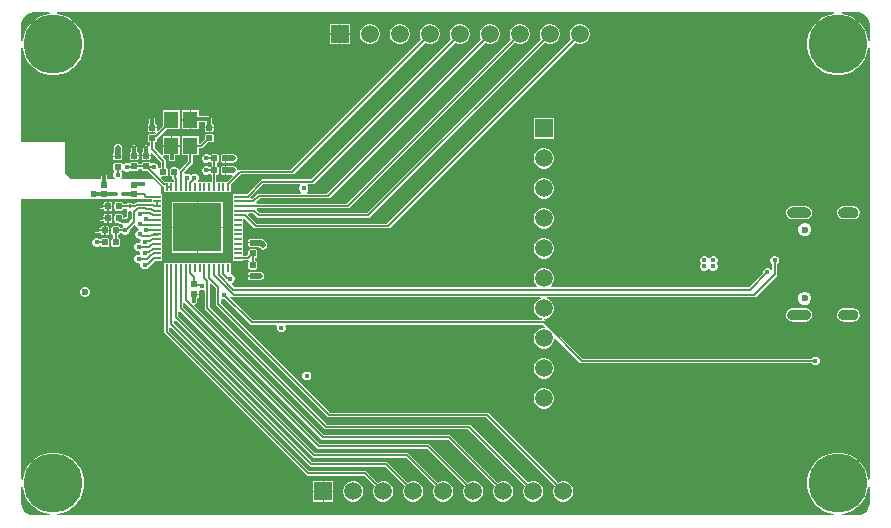
<source format=gtl>
G04*
G04 #@! TF.GenerationSoftware,Altium Limited,Altium Designer,23.1.1 (15)*
G04*
G04 Layer_Physical_Order=1*
G04 Layer_Color=255*
%FSLAX25Y25*%
%MOIN*%
G70*
G04*
G04 #@! TF.SameCoordinates,379D8D2B-01B5-4923-9211-1CC0BA53C839*
G04*
G04*
G04 #@! TF.FilePolarity,Positive*
G04*
G01*
G75*
%ADD11C,0.00787*%
%ADD15R,0.04724X0.05512*%
G04:AMPARAMS|DCode=16|XSize=21.65mil|YSize=19.68mil|CornerRadius=2.46mil|HoleSize=0mil|Usage=FLASHONLY|Rotation=270.000|XOffset=0mil|YOffset=0mil|HoleType=Round|Shape=RoundedRectangle|*
%AMROUNDEDRECTD16*
21,1,0.02165,0.01476,0,0,270.0*
21,1,0.01673,0.01968,0,0,270.0*
1,1,0.00492,-0.00738,-0.00837*
1,1,0.00492,-0.00738,0.00837*
1,1,0.00492,0.00738,0.00837*
1,1,0.00492,0.00738,-0.00837*
%
%ADD16ROUNDEDRECTD16*%
G04:AMPARAMS|DCode=17|XSize=21.65mil|YSize=19.68mil|CornerRadius=2.46mil|HoleSize=0mil|Usage=FLASHONLY|Rotation=0.000|XOffset=0mil|YOffset=0mil|HoleType=Round|Shape=RoundedRectangle|*
%AMROUNDEDRECTD17*
21,1,0.02165,0.01476,0,0,0.0*
21,1,0.01673,0.01968,0,0,0.0*
1,1,0.00492,0.00837,-0.00738*
1,1,0.00492,-0.00837,-0.00738*
1,1,0.00492,-0.00837,0.00738*
1,1,0.00492,0.00837,0.00738*
%
%ADD17ROUNDEDRECTD17*%
%ADD18R,0.00866X0.02559*%
%ADD19R,0.02559X0.00866*%
%ADD21R,0.02126X0.02284*%
%ADD22R,0.01378X0.00984*%
%ADD23R,0.00984X0.01378*%
%ADD33C,0.02953*%
%ADD38R,0.16142X0.16142*%
%ADD39C,0.01181*%
%ADD40C,0.01968*%
%ADD41C,0.01968*%
%ADD42C,0.03543*%
%ADD43C,0.02362*%
%ADD44R,0.05906X0.05906*%
%ADD45C,0.05906*%
%ADD46R,0.05906X0.05906*%
%ADD47C,0.19685*%
%ADD48C,0.03150*%
%ADD49C,0.01772*%
G36*
X282263Y363197D02*
X280512Y362849D01*
X278648Y362077D01*
X276971Y360956D01*
X275544Y359529D01*
X274423Y357852D01*
X273651Y355988D01*
X273303Y354237D01*
X272803Y354286D01*
Y359913D01*
X272964Y360724D01*
X273281Y361488D01*
X273740Y362175D01*
X274324Y362760D01*
X275012Y363219D01*
X275776Y363536D01*
X276587Y363697D01*
X282214D01*
X282263Y363197D01*
D02*
G37*
G36*
X552724Y363536D02*
X553488Y363219D01*
X554176Y362760D01*
X554760Y362175D01*
X555220Y361488D01*
X555536Y360724D01*
X555697Y359913D01*
Y354286D01*
X555197Y354237D01*
X554849Y355988D01*
X554077Y357852D01*
X552956Y359529D01*
X551529Y360956D01*
X549852Y362077D01*
X547988Y362849D01*
X546237Y363197D01*
X546286Y363697D01*
X551913D01*
X552724Y363536D01*
D02*
G37*
G36*
X543763Y363197D02*
X542012Y362849D01*
X540148Y362077D01*
X538471Y360956D01*
X537044Y359529D01*
X535923Y357852D01*
X535151Y355988D01*
X534758Y354009D01*
Y351991D01*
X535151Y350012D01*
X535923Y348148D01*
X537044Y346471D01*
X538471Y345044D01*
X540148Y343923D01*
X542012Y343151D01*
X543991Y342758D01*
X546009D01*
X547988Y343151D01*
X549852Y343923D01*
X551529Y345044D01*
X552956Y346471D01*
X554077Y348148D01*
X554849Y350012D01*
X555197Y351764D01*
X555697Y351714D01*
Y207995D01*
X555197Y207945D01*
X554849Y209696D01*
X554077Y211560D01*
X552956Y213238D01*
X551529Y214665D01*
X549852Y215786D01*
X547988Y216558D01*
X546009Y216951D01*
X543991D01*
X542012Y216558D01*
X540148Y215786D01*
X538471Y214665D01*
X537044Y213238D01*
X535923Y211560D01*
X535151Y209696D01*
X534758Y207717D01*
Y205700D01*
X535151Y203721D01*
X535923Y201857D01*
X537044Y200179D01*
X538471Y198753D01*
X540148Y197632D01*
X542012Y196860D01*
X543763Y196511D01*
X543714Y196011D01*
X284786D01*
X284736Y196511D01*
X286488Y196860D01*
X288352Y197632D01*
X290029Y198753D01*
X291456Y200179D01*
X292577Y201857D01*
X293349Y203721D01*
X293742Y205700D01*
Y207717D01*
X293349Y209696D01*
X292577Y211560D01*
X291456Y213238D01*
X290029Y214665D01*
X288352Y215786D01*
X286488Y216558D01*
X284509Y216951D01*
X282491D01*
X280512Y216558D01*
X278648Y215786D01*
X276971Y214665D01*
X275544Y213238D01*
X274423Y211560D01*
X273651Y209696D01*
X273303Y207945D01*
X272803Y207995D01*
Y301500D01*
X296228D01*
X296666Y301319D01*
X297334D01*
X297772Y301500D01*
X314427D01*
X314557Y301474D01*
X314557Y301474D01*
X316336D01*
Y300367D01*
X311234D01*
X311234Y300367D01*
X310924Y300305D01*
X310661Y300130D01*
X310503Y299971D01*
X309892D01*
Y300309D01*
X308108D01*
Y299904D01*
X306669D01*
Y299931D01*
X306618Y300183D01*
X306476Y300397D01*
X306262Y300540D01*
X306010Y300590D01*
X304534D01*
X304281Y300540D01*
X304068Y300397D01*
X303925Y300183D01*
X303875Y299931D01*
Y298258D01*
X303925Y298006D01*
X304068Y297792D01*
X304281Y297649D01*
X304534Y297599D01*
X306010D01*
X306262Y297649D01*
X306476Y297792D01*
X306618Y298006D01*
X306669Y298258D01*
Y298285D01*
X307907D01*
X308108Y297868D01*
Y297227D01*
X308067Y297166D01*
X307990Y296779D01*
Y295476D01*
X307706D01*
X307164Y295252D01*
X306669Y295445D01*
Y295931D01*
X306618Y296183D01*
X306476Y296397D01*
X306262Y296540D01*
X306010Y296590D01*
X304534D01*
X304281Y296540D01*
X304068Y296397D01*
X303925Y296183D01*
X303875Y295931D01*
Y294258D01*
X303925Y294006D01*
X304068Y293792D01*
X304281Y293649D01*
X304534Y293599D01*
X305339D01*
X305539Y293399D01*
X305867Y293180D01*
X306253Y293103D01*
X306554D01*
X306814Y292814D01*
X306703Y292268D01*
X306664Y292252D01*
X306248Y291836D01*
X306237Y291809D01*
X305669D01*
Y291837D01*
X305618Y292089D01*
X305476Y292302D01*
X305262Y292445D01*
X305010Y292495D01*
X303534D01*
X303281Y292445D01*
X303068Y292302D01*
X302925Y292089D01*
X302875Y291837D01*
Y290163D01*
X302925Y289911D01*
X303068Y289698D01*
X303281Y289555D01*
X303462Y289519D01*
Y288481D01*
X303281Y288445D01*
X303068Y288302D01*
X302925Y288089D01*
X302875Y287837D01*
Y286163D01*
X302925Y285911D01*
X303068Y285698D01*
X303281Y285555D01*
X303534Y285505D01*
X305010D01*
X305262Y285555D01*
X305476Y285698D01*
X305618Y285911D01*
X305669Y286163D01*
Y287837D01*
X305618Y288089D01*
X305476Y288302D01*
X305262Y288445D01*
X305081Y288481D01*
Y289519D01*
X305262Y289555D01*
X305476Y289698D01*
X305618Y289911D01*
X305669Y290163D01*
Y290191D01*
X306237D01*
X306248Y290164D01*
X306664Y289748D01*
X307206Y289524D01*
X307794D01*
X308336Y289748D01*
X308752Y290164D01*
X308976Y290706D01*
Y291187D01*
X310524Y292735D01*
X310688Y292725D01*
X311076Y292580D01*
X311248Y292164D01*
X311664Y291748D01*
X311973Y291620D01*
X311987Y291515D01*
X311923Y291100D01*
X311493Y290922D01*
X311078Y290507D01*
X310853Y289964D01*
Y289377D01*
X311078Y288834D01*
X311493Y288419D01*
X312036Y288194D01*
X312248D01*
X312582Y287694D01*
X312524Y287554D01*
Y287422D01*
X312294Y286976D01*
X311706D01*
X311164Y286752D01*
X310748Y286336D01*
X310524Y285794D01*
Y285206D01*
X310748Y284664D01*
X311164Y284248D01*
X311706Y284024D01*
X312078D01*
X312352Y283882D01*
X312510Y283397D01*
X312372Y283128D01*
X312078Y282976D01*
X311706D01*
X311164Y282752D01*
X310748Y282336D01*
X310524Y281794D01*
Y281206D01*
X310748Y280664D01*
X311164Y280248D01*
X311706Y280024D01*
X312078D01*
X312372Y279872D01*
X312524Y279578D01*
Y279206D01*
X312748Y278664D01*
X313164Y278248D01*
X313706Y278024D01*
X314294D01*
X314836Y278248D01*
X315252Y278664D01*
X315370Y278950D01*
X315619Y279116D01*
X317481Y280978D01*
X319695D01*
Y284128D01*
Y288852D01*
Y293576D01*
Y298301D01*
Y303116D01*
X319500D01*
Y305500D01*
X317000Y308000D01*
X306295D01*
X306088Y308500D01*
X306252Y308664D01*
X306476Y309206D01*
Y309794D01*
X306252Y310336D01*
X306192Y310395D01*
X306174Y310481D01*
X306283Y311008D01*
X306337Y311028D01*
X306876Y311036D01*
X307164Y310748D01*
X307706Y310524D01*
X308294D01*
X308836Y310748D01*
X309203Y311115D01*
X309411Y310976D01*
X309663Y310926D01*
X311337D01*
X311589Y310976D01*
X311802Y311119D01*
X311945Y311333D01*
X311981Y311514D01*
X313019D01*
X313055Y311333D01*
X313198Y311119D01*
X313411Y310976D01*
X313663Y310926D01*
X314851D01*
X319932Y305845D01*
X320194Y305670D01*
X320431Y305623D01*
Y303852D01*
X342569D01*
Y306067D01*
X346194Y309691D01*
X363000D01*
X363000Y309691D01*
X363310Y309752D01*
X363572Y309928D01*
X407271Y353627D01*
X407706Y353376D01*
X408559Y353147D01*
X409441D01*
X410294Y353376D01*
X411059Y353817D01*
X411683Y354441D01*
X412124Y355206D01*
X412353Y356059D01*
Y356941D01*
X412124Y357794D01*
X411683Y358559D01*
X411059Y359183D01*
X410294Y359624D01*
X409441Y359853D01*
X408559D01*
X407706Y359624D01*
X406941Y359183D01*
X406317Y358559D01*
X405876Y357794D01*
X405647Y356941D01*
Y356059D01*
X405876Y355206D01*
X406127Y354771D01*
X362665Y311309D01*
X345858D01*
X345858Y311309D01*
X345549Y311248D01*
X345393Y311143D01*
X345031Y311225D01*
X344844Y311337D01*
X344804Y311540D01*
X344498Y311998D01*
X344040Y312304D01*
X343500Y312411D01*
X341812D01*
X341762Y312445D01*
X341510Y312495D01*
X340972D01*
Y311000D01*
Y309505D01*
X341510D01*
X341762Y309555D01*
X341812Y309589D01*
X343095D01*
X343302Y309089D01*
X341425Y307211D01*
X337860D01*
Y309505D01*
X337966D01*
X338219Y309555D01*
X338432Y309698D01*
X338575Y309911D01*
X338625Y310163D01*
Y311837D01*
X338575Y312089D01*
X338432Y312302D01*
X338219Y312445D01*
X338038Y312481D01*
Y313519D01*
X338219Y313555D01*
X338432Y313698D01*
X338575Y313911D01*
X338625Y314163D01*
Y315837D01*
X338575Y316089D01*
X338432Y316302D01*
X338219Y316445D01*
X337966Y316495D01*
X336490D01*
X336238Y316445D01*
X336024Y316302D01*
X336012Y316283D01*
X335481Y316174D01*
X335395Y316193D01*
X335336Y316252D01*
X334794Y316476D01*
X334206D01*
X333664Y316252D01*
X333248Y315836D01*
X333024Y315294D01*
Y314706D01*
X333248Y314164D01*
X333664Y313748D01*
X334206Y313524D01*
X334794D01*
X335336Y313748D01*
X335395Y313808D01*
X335481Y313826D01*
X336012Y313717D01*
X336024Y313698D01*
X336238Y313555D01*
X336419Y313519D01*
Y312481D01*
X336238Y312445D01*
X336024Y312302D01*
X336012Y312283D01*
X335481Y312174D01*
X335395Y312193D01*
X335336Y312252D01*
X334794Y312476D01*
X334206D01*
X333664Y312252D01*
X333248Y311836D01*
X333024Y311294D01*
Y310706D01*
X333248Y310164D01*
X333664Y309748D01*
X334206Y309524D01*
X334794D01*
X335336Y309748D01*
X335395Y309807D01*
X335481Y309826D01*
X336012Y309717D01*
X336024Y309698D01*
X336238Y309555D01*
X336242Y309554D01*
Y307211D01*
X332006D01*
X331855Y307480D01*
X331771Y307711D01*
X331976Y308206D01*
Y308794D01*
X331752Y309336D01*
X331336Y309752D01*
X330794Y309976D01*
X330206D01*
X329664Y309752D01*
X329250Y309338D01*
X328836Y309752D01*
X328294Y309976D01*
X327706D01*
X327689Y309969D01*
X327127Y310278D01*
X327096Y310451D01*
X329722Y313077D01*
X329722Y313077D01*
X329897Y313340D01*
X329959Y313650D01*
Y316013D01*
X331912D01*
Y318360D01*
X332842D01*
X332842Y318360D01*
X333152Y318422D01*
X333415Y318597D01*
X335149Y320331D01*
X336337D01*
X336589Y320382D01*
X336802Y320524D01*
X336945Y320738D01*
X336995Y320990D01*
Y322466D01*
X336945Y322719D01*
X336802Y322932D01*
X336589Y323075D01*
X336337Y323125D01*
X334663D01*
X334411Y323075D01*
X334198Y322932D01*
X334055Y322719D01*
X334005Y322466D01*
Y321476D01*
X332507Y319978D01*
X331912D01*
Y322325D01*
X326387D01*
Y316013D01*
X328340D01*
Y313985D01*
X325669Y311313D01*
X325517Y311320D01*
X325138Y311490D01*
X325118Y311589D01*
X324976Y311802D01*
X324762Y311945D01*
X324510Y311995D01*
X323033D01*
X322781Y311945D01*
X322568Y311802D01*
X322425Y311589D01*
X322375Y311337D01*
Y309663D01*
X322425Y309411D01*
X322568Y309198D01*
X322781Y309055D01*
X323033Y309005D01*
X323191D01*
Y308500D01*
X323191Y308500D01*
X323252Y308190D01*
X323428Y307928D01*
X323604Y307751D01*
Y307211D01*
X321303D01*
X321224Y307227D01*
X321224Y307227D01*
X320839D01*
X319561Y308505D01*
X319768Y309005D01*
X320967D01*
X321219Y309055D01*
X321432Y309198D01*
X321575Y309411D01*
X321625Y309663D01*
Y311337D01*
X321575Y311589D01*
X321432Y311802D01*
X321219Y311945D01*
X321038Y311981D01*
Y314299D01*
X320976Y314609D01*
X320801Y314872D01*
X320801Y314872D01*
X320159Y315513D01*
X320366Y316013D01*
X320464Y316013D01*
X320464Y316013D01*
X320473Y316013D01*
X321990D01*
Y315000D01*
X322067Y314614D01*
X322286Y314286D01*
X322614Y314067D01*
X323000Y313990D01*
X323387Y314067D01*
X323714Y314286D01*
X323933Y314614D01*
X324010Y315000D01*
Y316013D01*
X325613D01*
Y318969D01*
X322850D01*
X320088D01*
X320088Y316398D01*
Y316389D01*
D01*
X320088Y316291D01*
X319921Y316221D01*
X319588Y316084D01*
X317309Y318363D01*
Y320331D01*
X317337D01*
X317589Y320382D01*
X317802Y320524D01*
X317945Y320738D01*
X317995Y320990D01*
Y321562D01*
X318042Y321571D01*
X318304Y321747D01*
X321233Y324675D01*
X325613D01*
Y330987D01*
X320088D01*
Y325819D01*
X318401Y324132D01*
X317970Y324409D01*
X317995Y324534D01*
Y325072D01*
X316700D01*
Y323875D01*
X317337D01*
X317461Y323900D01*
X317738Y323469D01*
X317397Y323128D01*
X317091D01*
X317076Y323125D01*
X315663D01*
X315411Y323075D01*
X315198Y322932D01*
X315055Y322719D01*
X315005Y322466D01*
Y320990D01*
X315055Y320738D01*
X315198Y320524D01*
X315411Y320382D01*
X315663Y320331D01*
X315691D01*
Y319401D01*
X315324Y319257D01*
X315191Y319230D01*
X314886Y319433D01*
X314500Y319510D01*
X314113Y319433D01*
X313786Y319214D01*
X313567Y318886D01*
X313490Y318500D01*
Y317229D01*
X313411Y317213D01*
X313198Y317070D01*
X313055Y316856D01*
X313005Y316604D01*
Y316066D01*
X314500D01*
X315995D01*
Y316604D01*
X315976Y316700D01*
X316437Y316946D01*
X319419Y313964D01*
Y311981D01*
X319238Y311945D01*
X319024Y311802D01*
X318976Y311731D01*
X318476Y311882D01*
Y312294D01*
X318252Y312836D01*
X317836Y313252D01*
X317294Y313476D01*
X316706D01*
X316444Y313368D01*
X316066Y313326D01*
X315802Y313527D01*
X315589Y313670D01*
X315337Y313720D01*
X313663D01*
X313411Y313670D01*
X313198Y313527D01*
X313055Y313313D01*
X313019Y313132D01*
X311981D01*
X311945Y313313D01*
X311802Y313527D01*
X311589Y313670D01*
X311337Y313720D01*
X309663D01*
X309411Y313670D01*
X309198Y313527D01*
X308934Y313326D01*
X308556Y313368D01*
X308294Y313476D01*
X307706D01*
X307164Y313252D01*
X306984Y313072D01*
X306445Y313219D01*
X306302Y313432D01*
X306089Y313575D01*
X305837Y313625D01*
X304163D01*
X303911Y313575D01*
X303698Y313432D01*
X303555Y313219D01*
X303505Y312966D01*
Y311490D01*
X303555Y311238D01*
X303698Y311024D01*
X303717Y311012D01*
X303826Y310481D01*
X303807Y310395D01*
X303748Y310336D01*
X303524Y309794D01*
Y309206D01*
X303748Y308664D01*
X303912Y308500D01*
X303705Y308000D01*
X301510Y308000D01*
Y309000D01*
X301433Y309386D01*
X301214Y309714D01*
X300887Y309933D01*
X300500Y310010D01*
X300114Y309933D01*
X299786Y309714D01*
X299567Y309386D01*
X299490Y309000D01*
Y308000D01*
X289500D01*
X287500Y310000D01*
Y320500D01*
X272803D01*
Y351714D01*
X273303Y351764D01*
X273651Y350012D01*
X274423Y348148D01*
X275544Y346471D01*
X276971Y345044D01*
X278648Y343923D01*
X280512Y343151D01*
X282491Y342758D01*
X284509D01*
X286488Y343151D01*
X288352Y343923D01*
X290029Y345044D01*
X291456Y346471D01*
X292577Y348148D01*
X293349Y350012D01*
X293742Y351991D01*
Y354009D01*
X293349Y355988D01*
X292577Y357852D01*
X291456Y359529D01*
X290029Y360956D01*
X288352Y362077D01*
X286488Y362849D01*
X284736Y363197D01*
X284786Y363697D01*
X543714D01*
X543763Y363197D01*
D02*
G37*
G36*
X555697Y205423D02*
Y199795D01*
X555536Y198984D01*
X555220Y198221D01*
X554760Y197533D01*
X554176Y196948D01*
X553488Y196489D01*
X552724Y196173D01*
X551913Y196011D01*
X546286D01*
X546237Y196511D01*
X547988Y196860D01*
X549852Y197632D01*
X551529Y198753D01*
X552956Y200179D01*
X554077Y201857D01*
X554849Y203721D01*
X555197Y205472D01*
X555697Y205423D01*
D02*
G37*
G36*
X273651Y203721D02*
X274423Y201857D01*
X275544Y200179D01*
X276971Y198753D01*
X278648Y197632D01*
X280512Y196860D01*
X282263Y196511D01*
X282214Y196011D01*
X276587D01*
X275776Y196173D01*
X275012Y196489D01*
X274324Y196948D01*
X273740Y197533D01*
X273281Y198221D01*
X272964Y198984D01*
X272803Y199795D01*
Y205423D01*
X273303Y205472D01*
X273651Y203721D01*
D02*
G37*
%LPC*%
G36*
X382353Y359853D02*
X379200D01*
Y356700D01*
X382353D01*
Y359853D01*
D02*
G37*
G36*
X378800D02*
X375647D01*
Y356700D01*
X378800D01*
Y359853D01*
D02*
G37*
G36*
X459441D02*
X458559D01*
X457706Y359624D01*
X456941Y359183D01*
X456317Y358559D01*
X455876Y357794D01*
X455647Y356941D01*
Y356059D01*
X455876Y355206D01*
X456127Y354771D01*
X394665Y293309D01*
X351335D01*
X348395Y296250D01*
X348602Y296750D01*
X350106D01*
X351428Y295428D01*
X351690Y295252D01*
X352000Y295191D01*
X352000Y295191D01*
X388500D01*
X388500Y295191D01*
X388810Y295252D01*
X389072Y295428D01*
X447271Y353627D01*
X447706Y353376D01*
X448559Y353147D01*
X449441D01*
X450294Y353376D01*
X451059Y353817D01*
X451683Y354441D01*
X452124Y355206D01*
X452353Y356059D01*
Y356941D01*
X452124Y357794D01*
X451683Y358559D01*
X451059Y359183D01*
X450294Y359624D01*
X449441Y359853D01*
X448559D01*
X447706Y359624D01*
X446941Y359183D01*
X446317Y358559D01*
X445876Y357794D01*
X445647Y356941D01*
Y356059D01*
X445876Y355206D01*
X446127Y354771D01*
X388165Y296809D01*
X352335D01*
X351320Y297825D01*
X351527Y298325D01*
X381634D01*
X381634Y298325D01*
X381943Y298386D01*
X382206Y298562D01*
X437271Y353627D01*
X437706Y353376D01*
X438559Y353147D01*
X439441D01*
X440294Y353376D01*
X441059Y353817D01*
X441683Y354441D01*
X442124Y355206D01*
X442353Y356059D01*
Y356941D01*
X442124Y357794D01*
X441683Y358559D01*
X441059Y359183D01*
X440294Y359624D01*
X439441Y359853D01*
X438559D01*
X437706Y359624D01*
X436941Y359183D01*
X436317Y358559D01*
X435876Y357794D01*
X435647Y356941D01*
Y356059D01*
X435876Y355206D01*
X436127Y354771D01*
X381299Y299943D01*
X351295D01*
X351088Y300443D01*
X352335Y301691D01*
X375000D01*
X375000Y301691D01*
X375310Y301752D01*
X375572Y301928D01*
X427271Y353627D01*
X427706Y353376D01*
X428559Y353147D01*
X429441D01*
X430294Y353376D01*
X431059Y353817D01*
X431683Y354441D01*
X432124Y355206D01*
X432353Y356059D01*
Y356941D01*
X432124Y357794D01*
X431683Y358559D01*
X431059Y359183D01*
X430294Y359624D01*
X429441Y359853D01*
X428559D01*
X427706Y359624D01*
X426941Y359183D01*
X426317Y358559D01*
X425876Y357794D01*
X425647Y356941D01*
Y356059D01*
X425876Y355206D01*
X426127Y354771D01*
X374665Y303309D01*
X368050D01*
X367947Y303522D01*
X367897Y303809D01*
X368252Y304164D01*
X368476Y304706D01*
Y305294D01*
X368252Y305836D01*
X368207Y305881D01*
X368414Y306381D01*
X369690D01*
X369690Y306381D01*
X370000Y306442D01*
X370262Y306618D01*
X417271Y353627D01*
X417706Y353376D01*
X418559Y353147D01*
X419441D01*
X420294Y353376D01*
X421059Y353817D01*
X421683Y354441D01*
X422124Y355206D01*
X422353Y356059D01*
Y356941D01*
X422124Y357794D01*
X421683Y358559D01*
X421059Y359183D01*
X420294Y359624D01*
X419441Y359853D01*
X418559D01*
X417706Y359624D01*
X416941Y359183D01*
X416317Y358559D01*
X415876Y357794D01*
X415647Y356941D01*
Y356059D01*
X415876Y355206D01*
X416127Y354771D01*
X369355Y307999D01*
X353190D01*
X353190Y307999D01*
X352881Y307938D01*
X352618Y307762D01*
X352618Y307762D01*
X347948Y303093D01*
X346664D01*
Y303116D01*
X343305D01*
Y299876D01*
Y295151D01*
Y290427D01*
Y285702D01*
Y280978D01*
X346664D01*
Y281002D01*
X348390D01*
X348390Y281002D01*
X348466Y281017D01*
X348663Y280637D01*
X348685Y280551D01*
X348555Y280356D01*
X348505Y280104D01*
Y278628D01*
X348555Y278376D01*
X348698Y278162D01*
X348911Y278019D01*
X349163Y277969D01*
X350837D01*
X351089Y278019D01*
X351302Y278162D01*
X351445Y278376D01*
X351495Y278628D01*
Y280104D01*
X351445Y280356D01*
X351302Y280570D01*
X351089Y280713D01*
X350837Y280763D01*
X350809D01*
Y281926D01*
X350837D01*
X351089Y281976D01*
X351302Y282119D01*
X351445Y282333D01*
X351495Y282585D01*
Y284061D01*
X351445Y284313D01*
X351302Y284527D01*
X351089Y284670D01*
X350837Y284720D01*
X349163D01*
X348911Y284670D01*
X348698Y284527D01*
X348555Y284313D01*
X348505Y284061D01*
Y283070D01*
X348055Y282620D01*
X346664D01*
Y285702D01*
Y290427D01*
Y295175D01*
X347181D01*
X350428Y291928D01*
X350428Y291928D01*
X350690Y291752D01*
X351000Y291691D01*
X395000D01*
X395000Y291691D01*
X395310Y291752D01*
X395572Y291928D01*
X457271Y353627D01*
X457706Y353376D01*
X458559Y353147D01*
X459441D01*
X460294Y353376D01*
X461059Y353817D01*
X461683Y354441D01*
X462124Y355206D01*
X462353Y356059D01*
Y356941D01*
X462124Y357794D01*
X461683Y358559D01*
X461059Y359183D01*
X460294Y359624D01*
X459441Y359853D01*
D02*
G37*
G36*
X399441D02*
X398559D01*
X397706Y359624D01*
X396941Y359183D01*
X396317Y358559D01*
X395876Y357794D01*
X395647Y356941D01*
Y356059D01*
X395876Y355206D01*
X396317Y354441D01*
X396941Y353817D01*
X397706Y353376D01*
X398559Y353147D01*
X399441D01*
X400294Y353376D01*
X401059Y353817D01*
X401683Y354441D01*
X402124Y355206D01*
X402353Y356059D01*
Y356941D01*
X402124Y357794D01*
X401683Y358559D01*
X401059Y359183D01*
X400294Y359624D01*
X399441Y359853D01*
D02*
G37*
G36*
X389441D02*
X388559D01*
X387706Y359624D01*
X386941Y359183D01*
X386317Y358559D01*
X385876Y357794D01*
X385647Y356941D01*
Y356059D01*
X385876Y355206D01*
X386317Y354441D01*
X386941Y353817D01*
X387706Y353376D01*
X388559Y353147D01*
X389441D01*
X390294Y353376D01*
X391059Y353817D01*
X391683Y354441D01*
X392124Y355206D01*
X392353Y356059D01*
Y356941D01*
X392124Y357794D01*
X391683Y358559D01*
X391059Y359183D01*
X390294Y359624D01*
X389441Y359853D01*
D02*
G37*
G36*
X382353Y356300D02*
X379200D01*
Y353147D01*
X382353D01*
Y356300D01*
D02*
G37*
G36*
X378800D02*
X375647D01*
Y353147D01*
X378800D01*
Y356300D01*
D02*
G37*
G36*
X328950Y330987D02*
X326387D01*
Y328031D01*
X328950D01*
Y330987D01*
D02*
G37*
G36*
X331912D02*
X329350D01*
Y327831D01*
Y324675D01*
X331912D01*
Y326990D01*
X334068D01*
X334219Y326490D01*
X334198Y326476D01*
X334055Y326262D01*
X334005Y326010D01*
Y325472D01*
X336995D01*
Y326010D01*
X336945Y326262D01*
X336802Y326476D01*
X336589Y326618D01*
X336510Y326634D01*
Y328000D01*
X336433Y328386D01*
X336214Y328714D01*
X335887Y328933D01*
X335500Y329010D01*
X331912D01*
Y330987D01*
D02*
G37*
G36*
X316500Y329010D02*
X316113Y328933D01*
X315786Y328714D01*
X315567Y328386D01*
X315490Y328000D01*
Y326634D01*
X315411Y326618D01*
X315198Y326476D01*
X315055Y326262D01*
X315005Y326010D01*
Y325472D01*
X317995D01*
Y326010D01*
X317945Y326262D01*
X317802Y326476D01*
X317589Y326618D01*
X317510Y326634D01*
Y328000D01*
X317433Y328386D01*
X317214Y328714D01*
X316886Y328933D01*
X316500Y329010D01*
D02*
G37*
G36*
X328950Y327631D02*
X326387D01*
Y324675D01*
X328950D01*
Y327631D01*
D02*
G37*
G36*
X336995Y325072D02*
X335700D01*
Y323875D01*
X336337D01*
X336589Y323925D01*
X336802Y324068D01*
X336945Y324281D01*
X336995Y324534D01*
Y325072D01*
D02*
G37*
G36*
X335300D02*
X334005D01*
Y324534D01*
X334055Y324281D01*
X334198Y324068D01*
X334411Y323925D01*
X334663Y323875D01*
X335300D01*
Y325072D01*
D02*
G37*
G36*
X316300D02*
X315005D01*
Y324534D01*
X315055Y324281D01*
X315198Y324068D01*
X315411Y323925D01*
X315663Y323875D01*
X316300D01*
Y325072D01*
D02*
G37*
G36*
X450353Y328353D02*
X443647D01*
Y321647D01*
X450353D01*
Y328353D01*
D02*
G37*
G36*
X325613Y322325D02*
X323050D01*
Y319369D01*
X325613D01*
Y322325D01*
D02*
G37*
G36*
X322650D02*
X320088D01*
Y319369D01*
X322650D01*
Y322325D01*
D02*
G37*
G36*
X310500Y319510D02*
X310114Y319433D01*
X309786Y319214D01*
X309567Y318886D01*
X309490Y318500D01*
Y317229D01*
X309411Y317213D01*
X309198Y317070D01*
X309055Y316856D01*
X309005Y316604D01*
Y316066D01*
X310500D01*
X311995D01*
Y316604D01*
X311945Y316856D01*
X311802Y317070D01*
X311589Y317213D01*
X311510Y317229D01*
Y318500D01*
X311433Y318886D01*
X311214Y319214D01*
X310887Y319433D01*
X310500Y319510D01*
D02*
G37*
G36*
X305000Y319911D02*
X304460Y319804D01*
X304002Y319498D01*
X303696Y319040D01*
X303589Y318500D01*
Y316812D01*
X303555Y316762D01*
X303505Y316510D01*
Y315972D01*
X305000D01*
X306495D01*
Y316510D01*
X306445Y316762D01*
X306411Y316812D01*
Y318500D01*
X306304Y319040D01*
X305998Y319498D01*
X305540Y319804D01*
X305000Y319911D01*
D02*
G37*
G36*
X315995Y315666D02*
X314700D01*
Y314469D01*
X315337D01*
X315589Y314519D01*
X315802Y314662D01*
X315945Y314876D01*
X315995Y315128D01*
Y315666D01*
D02*
G37*
G36*
X314300D02*
X313005D01*
Y315128D01*
X313055Y314876D01*
X313198Y314662D01*
X313411Y314519D01*
X313663Y314469D01*
X314300D01*
Y315666D01*
D02*
G37*
G36*
X311995D02*
X310700D01*
Y314469D01*
X311337D01*
X311589Y314519D01*
X311802Y314662D01*
X311945Y314876D01*
X311995Y315128D01*
Y315666D01*
D02*
G37*
G36*
X310300D02*
X309005D01*
Y315128D01*
X309055Y314876D01*
X309198Y314662D01*
X309411Y314519D01*
X309663Y314469D01*
X310300D01*
Y315666D01*
D02*
G37*
G36*
X306495Y315572D02*
X305000D01*
X303505D01*
Y315034D01*
X303555Y314781D01*
X303698Y314568D01*
X303911Y314425D01*
X304163Y314375D01*
X304927D01*
X305000Y314360D01*
X305073Y314375D01*
X305837D01*
X306089Y314425D01*
X306302Y314568D01*
X306445Y314781D01*
X306495Y315034D01*
Y315572D01*
D02*
G37*
G36*
X341510Y316495D02*
X340972D01*
Y315000D01*
Y313505D01*
X341510D01*
X341762Y313555D01*
X341812Y313589D01*
X343500D01*
X344040Y313696D01*
X344498Y314002D01*
X344804Y314460D01*
X344911Y315000D01*
X344804Y315540D01*
X344498Y315998D01*
X344040Y316304D01*
X343500Y316411D01*
X341812D01*
X341762Y316445D01*
X341510Y316495D01*
D02*
G37*
G36*
X340572D02*
X340034D01*
X339781Y316445D01*
X339568Y316302D01*
X339425Y316089D01*
X339375Y315837D01*
Y315073D01*
X339360Y315000D01*
X339375Y314927D01*
Y314163D01*
X339425Y313911D01*
X339568Y313698D01*
X339781Y313555D01*
X340034Y313505D01*
X340572D01*
Y315000D01*
Y316495D01*
D02*
G37*
G36*
X447441Y318353D02*
X446559D01*
X445706Y318124D01*
X444941Y317683D01*
X444317Y317059D01*
X443876Y316294D01*
X443647Y315441D01*
Y314559D01*
X443876Y313706D01*
X444317Y312941D01*
X444941Y312317D01*
X445706Y311876D01*
X446559Y311647D01*
X447441D01*
X448294Y311876D01*
X449059Y312317D01*
X449683Y312941D01*
X450124Y313706D01*
X450353Y314559D01*
Y315441D01*
X450124Y316294D01*
X449683Y317059D01*
X449059Y317683D01*
X448294Y318124D01*
X447441Y318353D01*
D02*
G37*
G36*
X340572Y312495D02*
X340034D01*
X339781Y312445D01*
X339568Y312302D01*
X339425Y312089D01*
X339375Y311837D01*
Y311073D01*
X339360Y311000D01*
X339375Y310927D01*
Y310163D01*
X339425Y309911D01*
X339568Y309698D01*
X339781Y309555D01*
X340034Y309505D01*
X340572D01*
Y311000D01*
Y312495D01*
D02*
G37*
G36*
X447441Y308353D02*
X446559D01*
X445706Y308124D01*
X444941Y307683D01*
X444317Y307059D01*
X443876Y306294D01*
X443647Y305441D01*
Y304559D01*
X443876Y303706D01*
X444317Y302941D01*
X444941Y302317D01*
X445706Y301876D01*
X446559Y301647D01*
X447441D01*
X448294Y301876D01*
X449059Y302317D01*
X449683Y302941D01*
X450124Y303706D01*
X450353Y304559D01*
Y305441D01*
X450124Y306294D01*
X449683Y307059D01*
X449059Y307683D01*
X448294Y308124D01*
X447441Y308353D01*
D02*
G37*
G36*
X302467Y300590D02*
X301928D01*
Y299294D01*
X303125D01*
Y299931D01*
X303075Y300183D01*
X302932Y300397D01*
X302719Y300540D01*
X302467Y300590D01*
D02*
G37*
G36*
X550075Y299086D02*
X546925D01*
X546916Y299083D01*
X546907Y299086D01*
X546813Y299082D01*
X546812Y299082D01*
X546812Y299082D01*
X546721Y299078D01*
X546695Y299066D01*
X546666Y299072D01*
X546577Y299057D01*
X546484Y299041D01*
X546473Y299034D01*
X546459Y299036D01*
X546373Y299017D01*
X546359Y299007D01*
X546342Y299009D01*
X546252Y298981D01*
X546242Y298973D01*
X546230Y298974D01*
X546143Y298942D01*
X546137Y298936D01*
X546127Y298936D01*
X546041Y298901D01*
X546032Y298892D01*
X546019Y298891D01*
X545936Y298851D01*
X545930Y298845D01*
X545921Y298844D01*
X545838Y298801D01*
X545825Y298784D01*
X545803Y298780D01*
X545725Y298729D01*
X545725D01*
X545646Y298678D01*
X545635Y298662D01*
X545616Y298657D01*
X545545Y298602D01*
X545538Y298588D01*
X545523Y298583D01*
X545452Y298520D01*
X545450Y298515D01*
X545443Y298512D01*
X545376Y298449D01*
X545371Y298436D01*
X545358Y298431D01*
X545295Y298364D01*
X545293Y298358D01*
X545287Y298355D01*
X545224Y298284D01*
X545219Y298269D01*
X545205Y298262D01*
X545150Y298191D01*
X545145Y298172D01*
X545129Y298161D01*
X545078Y298082D01*
Y298082D01*
X545078Y298082D01*
X545027Y298004D01*
X545023Y297982D01*
X545006Y297969D01*
X544963Y297886D01*
X544962Y297877D01*
X544956Y297871D01*
X544916Y297789D01*
X544915Y297776D01*
X544906Y297766D01*
X544871Y297680D01*
X544871Y297671D01*
X544865Y297664D01*
X544833Y297577D01*
X544834Y297565D01*
X544826Y297555D01*
X544798Y297465D01*
X544800Y297448D01*
X544790Y297435D01*
X544771Y297348D01*
X544773Y297335D01*
X544766Y297323D01*
X544750Y297230D01*
X544735Y297141D01*
X544741Y297112D01*
X544729Y297086D01*
X544725Y296995D01*
X544725Y296995D01*
X544725Y296994D01*
X544721Y296900D01*
X544728Y296882D01*
X544721Y296864D01*
X544725Y296769D01*
X544725Y296769D01*
X544725Y296769D01*
X544729Y296678D01*
X544741Y296651D01*
X544735Y296623D01*
X544751Y296532D01*
X544766Y296441D01*
X544773Y296429D01*
X544771Y296416D01*
X544790Y296329D01*
X544800Y296316D01*
X544798Y296299D01*
X544826Y296209D01*
X544834Y296199D01*
X544833Y296187D01*
X544865Y296100D01*
X544871Y296093D01*
X544871Y296084D01*
X544906Y295997D01*
X544915Y295988D01*
X544916Y295975D01*
X544956Y295893D01*
X544962Y295887D01*
X544963Y295878D01*
X545006Y295795D01*
X545023Y295781D01*
X545027Y295760D01*
X545078Y295681D01*
X545078Y295681D01*
X545129Y295603D01*
X545145Y295592D01*
X545150Y295573D01*
X545205Y295502D01*
X545219Y295494D01*
X545224Y295480D01*
X545287Y295409D01*
X545293Y295406D01*
X545295Y295400D01*
X545358Y295333D01*
X545371Y295327D01*
X545376Y295315D01*
X545443Y295252D01*
X545450Y295249D01*
X545452Y295243D01*
X545523Y295180D01*
X545538Y295175D01*
X545545Y295162D01*
X545616Y295107D01*
X545635Y295102D01*
X545646Y295086D01*
X545725Y295035D01*
X545725Y295035D01*
X545803Y294983D01*
X545825Y294980D01*
X545838Y294963D01*
X545921Y294920D01*
X545930Y294919D01*
X545936Y294912D01*
X546019Y294873D01*
X546032Y294872D01*
X546041Y294863D01*
X546127Y294828D01*
X546137Y294828D01*
X546143Y294822D01*
X546230Y294790D01*
X546242Y294791D01*
X546252Y294783D01*
X546342Y294755D01*
X546359Y294757D01*
X546373Y294747D01*
X546459Y294727D01*
X546473Y294730D01*
X546484Y294723D01*
X546577Y294707D01*
X546666Y294692D01*
X546695Y294698D01*
X546721Y294686D01*
X546812Y294682D01*
X546812Y294682D01*
X546813Y294682D01*
X546907Y294678D01*
X546916Y294681D01*
X546925Y294677D01*
X550075D01*
X550084Y294681D01*
X550093Y294678D01*
X550187Y294682D01*
X550188Y294682D01*
X550188Y294682D01*
X550279Y294686D01*
X550305Y294698D01*
X550334Y294692D01*
X550423Y294707D01*
X550516Y294723D01*
X550527Y294730D01*
X550541Y294727D01*
X550627Y294747D01*
X550641Y294757D01*
X550658Y294755D01*
X550748Y294783D01*
X550758Y294791D01*
X550770Y294790D01*
X550857Y294822D01*
X550863Y294828D01*
X550873Y294828D01*
X550959Y294863D01*
X550968Y294872D01*
X550981Y294873D01*
X551064Y294912D01*
X551070Y294919D01*
X551079Y294920D01*
X551161Y294963D01*
X551175Y294980D01*
X551197Y294983D01*
X551275Y295035D01*
X551275D01*
X551354Y295086D01*
X551365Y295102D01*
X551384Y295107D01*
X551455Y295162D01*
X551462Y295175D01*
X551477Y295180D01*
X551547Y295243D01*
X551550Y295249D01*
X551557Y295252D01*
X551623Y295315D01*
X551629Y295327D01*
X551642Y295333D01*
X551705Y295400D01*
X551707Y295406D01*
X551713Y295409D01*
X551776Y295480D01*
X551781Y295494D01*
X551794Y295502D01*
X551850Y295573D01*
X551855Y295592D01*
X551871Y295603D01*
X551922Y295681D01*
Y295681D01*
X551922Y295681D01*
X551973Y295760D01*
X551977Y295781D01*
X551994Y295795D01*
X552037Y295878D01*
X552038Y295887D01*
X552044Y295893D01*
X552084Y295975D01*
X552084Y295988D01*
X552094Y295997D01*
X552129Y296084D01*
X552129Y296093D01*
X552135Y296100D01*
X552167Y296187D01*
X552166Y296199D01*
X552174Y296209D01*
X552202Y296299D01*
X552200Y296316D01*
X552210Y296329D01*
X552229Y296416D01*
X552227Y296429D01*
X552234Y296441D01*
X552250Y296534D01*
X552265Y296623D01*
X552259Y296651D01*
X552271Y296678D01*
X552275Y296769D01*
X552275Y296769D01*
X552275Y296769D01*
X552279Y296864D01*
X552272Y296882D01*
X552279Y296900D01*
X552275Y296994D01*
X552275Y296995D01*
X552275Y296995D01*
X552271Y297086D01*
X552259Y297112D01*
X552265Y297141D01*
X552249Y297231D01*
X552234Y297323D01*
X552227Y297335D01*
X552229Y297348D01*
X552210Y297435D01*
X552200Y297448D01*
X552202Y297465D01*
X552174Y297555D01*
X552166Y297565D01*
X552167Y297577D01*
X552135Y297664D01*
X552129Y297671D01*
X552129Y297680D01*
X552094Y297766D01*
X552084Y297776D01*
X552084Y297789D01*
X552044Y297871D01*
X552038Y297877D01*
X552037Y297886D01*
X551994Y297969D01*
X551977Y297982D01*
X551973Y298004D01*
X551922Y298082D01*
X551922Y298082D01*
X551871Y298161D01*
X551855Y298172D01*
X551850Y298191D01*
X551794Y298262D01*
X551781Y298269D01*
X551776Y298284D01*
X551713Y298355D01*
X551707Y298358D01*
X551705Y298364D01*
X551642Y298431D01*
X551629Y298436D01*
X551623Y298449D01*
X551557Y298512D01*
X551550Y298515D01*
X551547Y298520D01*
X551477Y298583D01*
X551462Y298588D01*
X551455Y298602D01*
X551384Y298657D01*
X551365Y298662D01*
X551354Y298678D01*
X551275Y298729D01*
X551275Y298729D01*
X551197Y298780D01*
X551175Y298784D01*
X551161Y298801D01*
X551079Y298844D01*
X551070Y298845D01*
X551064Y298851D01*
X550981Y298891D01*
X550968Y298892D01*
X550959Y298901D01*
X550873Y298936D01*
X550863Y298936D01*
X550857Y298942D01*
X550770Y298974D01*
X550758Y298973D01*
X550748Y298981D01*
X550658Y299009D01*
X550641Y299007D01*
X550627Y299017D01*
X550541Y299036D01*
X550527Y299034D01*
X550516Y299041D01*
X550423Y299057D01*
X550334Y299072D01*
X550305Y299066D01*
X550279Y299078D01*
X550188Y299082D01*
X550188Y299082D01*
X550187Y299082D01*
X550093Y299086D01*
X550084Y299083D01*
X550075Y299086D01*
D02*
G37*
G36*
X534248D02*
X529917D01*
X529908Y299083D01*
X529899Y299086D01*
X529805Y299082D01*
X529804Y299082D01*
X529804Y299082D01*
X529713Y299078D01*
X529687Y299066D01*
X529658Y299072D01*
X529569Y299057D01*
X529476Y299041D01*
X529465Y299034D01*
X529451Y299036D01*
X529365Y299017D01*
X529351Y299007D01*
X529335Y299009D01*
X529244Y298981D01*
X529235Y298973D01*
X529222Y298974D01*
X529136Y298942D01*
X529129Y298936D01*
X529119Y298936D01*
X529033Y298901D01*
X529024Y298892D01*
X529011Y298891D01*
X528928Y298851D01*
X528922Y298845D01*
X528913Y298844D01*
X528831Y298801D01*
X528817Y298784D01*
X528795Y298780D01*
X528717Y298729D01*
X528717D01*
X528638Y298678D01*
X528627Y298662D01*
X528608Y298657D01*
X528537Y298602D01*
X528530Y298588D01*
X528515Y298583D01*
X528445Y298520D01*
X528442Y298515D01*
X528436Y298512D01*
X528369Y298449D01*
X528363Y298436D01*
X528350Y298431D01*
X528287Y298364D01*
X528285Y298358D01*
X528279Y298355D01*
X528216Y298284D01*
X528211Y298269D01*
X528198Y298262D01*
X528142Y298191D01*
X528137Y298172D01*
X528121Y298161D01*
X528070Y298082D01*
X528070Y298082D01*
X528019Y298004D01*
X528015Y297983D01*
X527998Y297969D01*
X527955Y297886D01*
X527954Y297877D01*
X527948Y297871D01*
X527908Y297789D01*
X527908Y297776D01*
X527899Y297766D01*
X527863Y297680D01*
X527863Y297671D01*
X527857Y297664D01*
X527825Y297577D01*
X527826Y297565D01*
X527818Y297555D01*
X527790Y297465D01*
X527792Y297448D01*
X527782Y297434D01*
X527763Y297348D01*
X527765Y297335D01*
X527758Y297323D01*
X527742Y297230D01*
X527727Y297141D01*
X527733Y297112D01*
X527721Y297086D01*
X527717Y296995D01*
X527717Y296995D01*
X527717Y296994D01*
X527713Y296900D01*
X527720Y296882D01*
X527713Y296864D01*
X527717Y296769D01*
X527717Y296769D01*
X527717Y296769D01*
X527721Y296678D01*
X527733Y296651D01*
X527727Y296623D01*
X527742Y296533D01*
X527758Y296441D01*
X527765Y296429D01*
X527763Y296416D01*
X527782Y296329D01*
X527792Y296316D01*
X527790Y296299D01*
X527818Y296209D01*
X527826Y296199D01*
X527825Y296187D01*
X527857Y296100D01*
X527863Y296093D01*
X527863Y296084D01*
X527899Y295998D01*
X527908Y295988D01*
X527908Y295975D01*
X527948Y295893D01*
X527954Y295887D01*
X527955Y295878D01*
X527998Y295795D01*
X528015Y295781D01*
X528019Y295760D01*
X528070Y295681D01*
Y295681D01*
X528121Y295603D01*
X528137Y295592D01*
X528142Y295573D01*
X528198Y295502D01*
X528211Y295494D01*
X528216Y295480D01*
X528279Y295409D01*
X528285Y295406D01*
X528287Y295400D01*
X528350Y295333D01*
X528363Y295327D01*
X528369Y295315D01*
X528436Y295252D01*
X528442Y295249D01*
X528445Y295243D01*
X528515Y295180D01*
X528530Y295175D01*
X528537Y295162D01*
X528608Y295107D01*
X528627Y295102D01*
X528638Y295086D01*
X528717Y295035D01*
X528717Y295035D01*
X528796Y294983D01*
X528817Y294980D01*
X528831Y294963D01*
X528913Y294920D01*
X528922Y294919D01*
X528928Y294912D01*
X529011Y294873D01*
X529024Y294872D01*
X529033Y294863D01*
X529119Y294828D01*
X529129Y294828D01*
X529136Y294822D01*
X529222Y294790D01*
X529235Y294791D01*
X529244Y294783D01*
X529335Y294755D01*
X529351Y294757D01*
X529365Y294747D01*
X529451Y294727D01*
X529465Y294730D01*
X529476Y294723D01*
X529569Y294707D01*
X529658Y294692D01*
X529687Y294698D01*
X529713Y294686D01*
X529804Y294682D01*
X529804Y294682D01*
X529805Y294682D01*
X529899Y294678D01*
X529908Y294681D01*
X529917Y294677D01*
X534248D01*
X534257Y294681D01*
X534266Y294678D01*
X534361Y294682D01*
X534361Y294682D01*
X534361Y294682D01*
X534452Y294686D01*
X534479Y294698D01*
X534507Y294692D01*
X534596Y294707D01*
X534689Y294723D01*
X534701Y294730D01*
X534714Y294727D01*
X534801Y294747D01*
X534814Y294757D01*
X534831Y294755D01*
X534921Y294783D01*
X534931Y294791D01*
X534943Y294790D01*
X535030Y294822D01*
X535037Y294828D01*
X535046Y294828D01*
X535132Y294863D01*
X535142Y294872D01*
X535155Y294873D01*
X535237Y294912D01*
X535243Y294919D01*
X535252Y294920D01*
X535335Y294963D01*
X535349Y294980D01*
X535370Y294983D01*
X535449Y295035D01*
X535449D01*
X535527Y295086D01*
X535538Y295102D01*
X535557Y295107D01*
X535628Y295162D01*
X535636Y295175D01*
X535650Y295180D01*
X535721Y295243D01*
X535724Y295249D01*
X535730Y295252D01*
X535797Y295315D01*
X535803Y295327D01*
X535815Y295333D01*
X535878Y295400D01*
X535881Y295406D01*
X535887Y295409D01*
X535950Y295480D01*
X535955Y295494D01*
X535968Y295502D01*
X536023Y295573D01*
X536028Y295592D01*
X536044Y295603D01*
X536095Y295681D01*
X536095Y295681D01*
X536146Y295760D01*
X536150Y295781D01*
X536167Y295795D01*
X536210Y295878D01*
X536211Y295887D01*
X536218Y295893D01*
X536257Y295975D01*
X536258Y295988D01*
X536267Y295998D01*
X536302Y296084D01*
X536302Y296093D01*
X536308Y296100D01*
X536340Y296187D01*
X536339Y296199D01*
X536347Y296209D01*
X536375Y296299D01*
X536373Y296316D01*
X536383Y296329D01*
X536403Y296416D01*
X536400Y296429D01*
X536407Y296441D01*
X536423Y296533D01*
X536438Y296623D01*
X536432Y296651D01*
X536444Y296678D01*
X536448Y296769D01*
X536448Y296769D01*
X536448Y296769D01*
X536452Y296864D01*
X536446Y296882D01*
X536452Y296900D01*
X536448Y296994D01*
X536448Y296995D01*
X536448Y296995D01*
X536444Y297086D01*
X536432Y297112D01*
X536438Y297141D01*
X536423Y297230D01*
X536407Y297323D01*
X536400Y297335D01*
X536403Y297348D01*
X536383Y297434D01*
X536373Y297448D01*
X536375Y297465D01*
X536347Y297555D01*
X536339Y297565D01*
X536340Y297577D01*
X536308Y297664D01*
X536302Y297671D01*
X536302Y297680D01*
X536267Y297766D01*
X536258Y297776D01*
X536257Y297789D01*
X536218Y297871D01*
X536211Y297877D01*
X536210Y297886D01*
X536167Y297969D01*
X536150Y297983D01*
X536146Y298004D01*
X536095Y298082D01*
Y298082D01*
X536044Y298161D01*
X536028Y298172D01*
X536023Y298191D01*
X535968Y298262D01*
X535955Y298269D01*
X535950Y298284D01*
X535887Y298355D01*
X535881Y298358D01*
X535878Y298364D01*
X535815Y298431D01*
X535803Y298436D01*
X535797Y298449D01*
X535730Y298512D01*
X535724Y298515D01*
X535721Y298520D01*
X535650Y298583D01*
X535636Y298588D01*
X535628Y298602D01*
X535557Y298657D01*
X535538Y298662D01*
X535527Y298678D01*
X535449Y298729D01*
X535449Y298729D01*
X535370Y298780D01*
X535349Y298784D01*
X535335Y298801D01*
X535252Y298844D01*
X535243Y298845D01*
X535237Y298851D01*
X535155Y298891D01*
X535142Y298892D01*
X535132Y298901D01*
X535046Y298936D01*
X535037Y298936D01*
X535030Y298942D01*
X534943Y298974D01*
X534931Y298973D01*
X534921Y298981D01*
X534831Y299009D01*
X534814Y299007D01*
X534801Y299017D01*
X534714Y299036D01*
X534701Y299034D01*
X534689Y299041D01*
X534596Y299057D01*
X534507Y299072D01*
X534479Y299066D01*
X534452Y299078D01*
X534361Y299082D01*
X534361Y299082D01*
X534361Y299082D01*
X534266Y299086D01*
X534257Y299083D01*
X534248Y299086D01*
D02*
G37*
G36*
X303125Y298895D02*
X301928D01*
Y297599D01*
X302467D01*
X302719Y297649D01*
X302932Y297792D01*
X303075Y298006D01*
X303125Y298258D01*
Y298895D01*
D02*
G37*
G36*
X301528Y300590D02*
X300990D01*
X300738Y300540D01*
X300524Y300397D01*
X300382Y300183D01*
X300331Y299931D01*
Y299889D01*
X299515D01*
X299205Y299827D01*
X298943Y299652D01*
X298943Y299652D01*
X298928Y299637D01*
X298752Y299374D01*
X298691Y299064D01*
X298752Y298755D01*
X298928Y298492D01*
X299190Y298317D01*
X299500Y298255D01*
X299575Y298270D01*
X300331D01*
Y298258D01*
X300382Y298006D01*
X300524Y297792D01*
X300738Y297649D01*
X300990Y297599D01*
X301528D01*
Y299095D01*
Y300590D01*
D02*
G37*
G36*
Y296590D02*
X300990D01*
X300738Y296540D01*
X300524Y296397D01*
X300382Y296183D01*
X300331Y295931D01*
Y295856D01*
X299547D01*
X299547Y295856D01*
X299238Y295795D01*
X298975Y295620D01*
X298975Y295619D01*
X298928Y295572D01*
X298752Y295310D01*
X298691Y295000D01*
X298752Y294690D01*
X298928Y294428D01*
X299190Y294252D01*
X299500Y294191D01*
X299738Y294238D01*
X300335D01*
X300382Y294006D01*
X300524Y293792D01*
X300738Y293649D01*
X300990Y293599D01*
X301528D01*
Y295094D01*
Y296590D01*
D02*
G37*
G36*
X302467D02*
X301928D01*
Y295294D01*
X303125D01*
Y295931D01*
X303075Y296183D01*
X302932Y296397D01*
X302719Y296540D01*
X302467Y296590D01*
D02*
G37*
G36*
X303125Y294895D02*
X301928D01*
Y293599D01*
X302467D01*
X302719Y293649D01*
X302932Y293792D01*
X303075Y294006D01*
X303125Y294258D01*
Y294895D01*
D02*
G37*
G36*
X339971Y300518D02*
X331700D01*
Y292247D01*
X339971D01*
Y300518D01*
D02*
G37*
G36*
X331300D02*
X323029D01*
Y292247D01*
X331300D01*
Y300518D01*
D02*
G37*
G36*
X300528Y292495D02*
X299990D01*
X299738Y292445D01*
X299524Y292302D01*
X299382Y292089D01*
X299335Y291853D01*
X298309D01*
X298088Y291897D01*
X297778Y291836D01*
X297516Y291660D01*
X297340Y291398D01*
X297279Y291088D01*
X297340Y290778D01*
X297516Y290516D01*
X297560Y290472D01*
X297822Y290296D01*
X298132Y290235D01*
X298132Y290235D01*
X299331D01*
Y290163D01*
X299382Y289911D01*
X299524Y289698D01*
X299738Y289555D01*
X299990Y289505D01*
X300528D01*
Y291000D01*
Y292495D01*
D02*
G37*
G36*
X447441Y298353D02*
X446559D01*
X445706Y298124D01*
X444941Y297683D01*
X444317Y297059D01*
X443876Y296294D01*
X443647Y295441D01*
Y294559D01*
X443876Y293706D01*
X444317Y292941D01*
X444941Y292317D01*
X445706Y291876D01*
X446559Y291647D01*
X447441D01*
X448294Y291876D01*
X449059Y292317D01*
X449683Y292941D01*
X450124Y293706D01*
X450353Y294559D01*
Y295441D01*
X450124Y296294D01*
X449683Y297059D01*
X449059Y297683D01*
X448294Y298124D01*
X447441Y298353D01*
D02*
G37*
G36*
X301466Y292495D02*
X300928D01*
Y291200D01*
X302125D01*
Y291837D01*
X302075Y292089D01*
X301932Y292302D01*
X301719Y292445D01*
X301466Y292495D01*
D02*
G37*
G36*
X302125Y290800D02*
X300928D01*
Y289505D01*
X301466D01*
X301719Y289555D01*
X301932Y289698D01*
X302075Y289911D01*
X302125Y290163D01*
Y290800D01*
D02*
G37*
G36*
X534443Y293398D02*
X533581D01*
X532785Y293068D01*
X532176Y292459D01*
X531847Y291663D01*
Y290802D01*
X532176Y290006D01*
X532785Y289397D01*
X533581Y289067D01*
X534443D01*
X535238Y289397D01*
X535848Y290006D01*
X536177Y290802D01*
Y291663D01*
X535848Y292459D01*
X535238Y293068D01*
X534443Y293398D01*
D02*
G37*
G36*
X301466Y288495D02*
X299990D01*
X299738Y288445D01*
X299524Y288302D01*
X299512Y288283D01*
X298981Y288174D01*
X298895Y288193D01*
X298836Y288252D01*
X298294Y288476D01*
X297706D01*
X297164Y288252D01*
X296748Y287836D01*
X296524Y287294D01*
Y286706D01*
X296748Y286164D01*
X297164Y285748D01*
X297706Y285524D01*
X298294D01*
X298836Y285748D01*
X298895Y285807D01*
X298981Y285826D01*
X299512Y285717D01*
X299524Y285698D01*
X299738Y285555D01*
X299990Y285505D01*
X301466D01*
X301719Y285555D01*
X301932Y285698D01*
X302075Y285911D01*
X302125Y286163D01*
Y287837D01*
X302075Y288089D01*
X301932Y288302D01*
X301719Y288445D01*
X301466Y288495D01*
D02*
G37*
G36*
X352634Y288278D02*
X350000D01*
X349927Y288263D01*
X349163D01*
X348911Y288213D01*
X348698Y288070D01*
X348555Y287856D01*
X348505Y287604D01*
Y287066D01*
X350000D01*
Y286666D01*
X348505D01*
Y286128D01*
X348555Y285876D01*
X348698Y285662D01*
X348911Y285519D01*
X349163Y285469D01*
X349927D01*
X350000Y285455D01*
X352049D01*
X352478Y285026D01*
X352936Y284720D01*
X353476Y284613D01*
X354016Y284720D01*
X354474Y285026D01*
X354780Y285484D01*
X354887Y286024D01*
X354780Y286564D01*
X354474Y287022D01*
X353632Y287864D01*
X353174Y288170D01*
X352634Y288278D01*
D02*
G37*
G36*
X339971Y291847D02*
X331700D01*
Y283576D01*
X339971D01*
Y291847D01*
D02*
G37*
G36*
X331300D02*
X323029D01*
Y283576D01*
X331300D01*
Y291847D01*
D02*
G37*
G36*
X503794Y282476D02*
X503206D01*
X502664Y282252D01*
X502280Y281868D01*
X502000Y281851D01*
X501720Y281868D01*
X501336Y282252D01*
X500794Y282476D01*
X500206D01*
X499664Y282252D01*
X499248Y281836D01*
X499024Y281294D01*
Y280706D01*
X499248Y280164D01*
X499412Y280000D01*
X499248Y279836D01*
X499024Y279294D01*
Y278706D01*
X499248Y278164D01*
X499664Y277748D01*
X500206Y277524D01*
X500794D01*
X501336Y277748D01*
X501720Y278132D01*
X502000Y278149D01*
X502280Y278132D01*
X502664Y277748D01*
X503206Y277524D01*
X503794D01*
X504336Y277748D01*
X504752Y278164D01*
X504976Y278706D01*
Y279294D01*
X504752Y279836D01*
X504588Y280000D01*
X504752Y280164D01*
X504976Y280706D01*
Y281294D01*
X504752Y281836D01*
X504336Y282252D01*
X503794Y282476D01*
D02*
G37*
G36*
X447441Y288353D02*
X446559D01*
X445706Y288124D01*
X444941Y287683D01*
X444317Y287059D01*
X443876Y286294D01*
X443647Y285441D01*
Y284559D01*
X443876Y283706D01*
X444317Y282941D01*
X444941Y282317D01*
X445706Y281876D01*
X446559Y281647D01*
X447441D01*
X448294Y281876D01*
X449059Y282317D01*
X449683Y282941D01*
X450124Y283706D01*
X450353Y284559D01*
Y285441D01*
X450124Y286294D01*
X449683Y287059D01*
X449059Y287683D01*
X448294Y288124D01*
X447441Y288353D01*
D02*
G37*
G36*
X524294Y282476D02*
X523706D01*
X523164Y282252D01*
X522748Y281836D01*
X522524Y281294D01*
Y280706D01*
X522748Y280164D01*
X523164Y279748D01*
X523191Y279737D01*
Y278050D01*
X522978Y277946D01*
X522691Y277897D01*
X522336Y278252D01*
X521794Y278476D01*
X521206D01*
X520664Y278252D01*
X520248Y277836D01*
X520024Y277294D01*
Y276706D01*
X520035Y276679D01*
X515418Y272063D01*
X449511D01*
X449304Y272563D01*
X449683Y272941D01*
X450124Y273706D01*
X450353Y274559D01*
Y275441D01*
X450124Y276294D01*
X449683Y277059D01*
X449059Y277683D01*
X448294Y278124D01*
X447441Y278353D01*
X446559D01*
X445706Y278124D01*
X444941Y277683D01*
X444317Y277059D01*
X443876Y276294D01*
X443647Y275441D01*
Y274559D01*
X443876Y273706D01*
X444317Y272941D01*
X444696Y272563D01*
X444489Y272063D01*
X343855D01*
X342897Y273021D01*
X343028Y273597D01*
X343296Y273708D01*
X343711Y274123D01*
X343936Y274665D01*
Y275253D01*
X343711Y275796D01*
X343296Y276211D01*
X342753Y276436D01*
X342695D01*
X342569Y276884D01*
X342569D01*
Y280242D01*
X320431D01*
Y276884D01*
X320455D01*
Y257236D01*
X320455Y257236D01*
X320516Y256926D01*
X320692Y256664D01*
X367928Y209428D01*
X367928Y209428D01*
X368190Y209252D01*
X368500Y209191D01*
X387165D01*
X390627Y205729D01*
X390376Y205294D01*
X390147Y204441D01*
Y203559D01*
X390376Y202706D01*
X390817Y201941D01*
X391441Y201317D01*
X392206Y200876D01*
X393059Y200647D01*
X393941D01*
X394794Y200876D01*
X395559Y201317D01*
X396183Y201941D01*
X396624Y202706D01*
X396853Y203559D01*
Y204441D01*
X396624Y205294D01*
X396183Y206059D01*
X395559Y206683D01*
X394794Y207124D01*
X393941Y207353D01*
X393059D01*
X392206Y207124D01*
X391771Y206873D01*
X388072Y210572D01*
X387810Y210748D01*
X387500Y210809D01*
X387500Y210809D01*
X368835D01*
X322073Y257571D01*
Y258575D01*
X322573Y258783D01*
X368928Y212428D01*
X368928Y212428D01*
X369190Y212252D01*
X369500Y212191D01*
X394165D01*
X400627Y205729D01*
X400376Y205294D01*
X400147Y204441D01*
Y203559D01*
X400376Y202706D01*
X400817Y201941D01*
X401441Y201317D01*
X402206Y200876D01*
X403059Y200647D01*
X403941D01*
X404794Y200876D01*
X405559Y201317D01*
X406183Y201941D01*
X406624Y202706D01*
X406853Y203559D01*
Y204441D01*
X406624Y205294D01*
X406183Y206059D01*
X405559Y206683D01*
X404794Y207124D01*
X403941Y207353D01*
X403059D01*
X402206Y207124D01*
X401771Y206873D01*
X395072Y213572D01*
X394810Y213748D01*
X394500Y213809D01*
X394500Y213809D01*
X369835D01*
X323648Y259997D01*
Y261001D01*
X324148Y261208D01*
X369928Y215428D01*
X370190Y215252D01*
X370500Y215191D01*
X370500Y215191D01*
X401165D01*
X410627Y205729D01*
X410376Y205294D01*
X410147Y204441D01*
Y203559D01*
X410376Y202706D01*
X410817Y201941D01*
X411441Y201317D01*
X412206Y200876D01*
X413059Y200647D01*
X413941D01*
X414794Y200876D01*
X415559Y201317D01*
X416183Y201941D01*
X416624Y202706D01*
X416853Y203559D01*
Y204441D01*
X416624Y205294D01*
X416183Y206059D01*
X415559Y206683D01*
X414794Y207124D01*
X413941Y207353D01*
X413059D01*
X412206Y207124D01*
X411771Y206873D01*
X402072Y216572D01*
X401810Y216748D01*
X401500Y216809D01*
X401500Y216809D01*
X370835D01*
X325223Y262422D01*
Y263926D01*
X325723Y264133D01*
X371428Y218428D01*
X371428Y218428D01*
X371690Y218252D01*
X372000Y218191D01*
X372000Y218191D01*
X408165D01*
X420627Y205729D01*
X420376Y205294D01*
X420147Y204441D01*
Y203559D01*
X420376Y202706D01*
X420817Y201941D01*
X421441Y201317D01*
X422206Y200876D01*
X423059Y200647D01*
X423941D01*
X424794Y200876D01*
X425559Y201317D01*
X426183Y201941D01*
X426624Y202706D01*
X426853Y203559D01*
Y204441D01*
X426624Y205294D01*
X426183Y206059D01*
X425559Y206683D01*
X424794Y207124D01*
X423941Y207353D01*
X423059D01*
X422206Y207124D01*
X421771Y206873D01*
X409072Y219572D01*
X408810Y219748D01*
X408500Y219809D01*
X408500Y219809D01*
X372335D01*
X326797Y265347D01*
Y266706D01*
X327297Y266913D01*
X372783Y221428D01*
X373046Y221252D01*
X373355Y221191D01*
X373355Y221191D01*
X415165D01*
X430627Y205729D01*
X430376Y205294D01*
X430147Y204441D01*
Y203559D01*
X430376Y202706D01*
X430817Y201941D01*
X431441Y201317D01*
X432206Y200876D01*
X433059Y200647D01*
X433941D01*
X434794Y200876D01*
X435559Y201317D01*
X436183Y201941D01*
X436624Y202706D01*
X436853Y203559D01*
Y204441D01*
X436624Y205294D01*
X436183Y206059D01*
X435559Y206683D01*
X434794Y207124D01*
X433941Y207353D01*
X433059D01*
X432206Y207124D01*
X431771Y206873D01*
X416072Y222572D01*
X415810Y222748D01*
X415500Y222809D01*
X415500Y222809D01*
X373691D01*
X330484Y266016D01*
X330485Y266046D01*
X330681Y266526D01*
X330887Y266567D01*
X331214Y266786D01*
X331433Y267113D01*
X331510Y267500D01*
Y268366D01*
X331589Y268382D01*
X331802Y268524D01*
X331945Y268738D01*
X331995Y268990D01*
Y269528D01*
X330500D01*
Y269928D01*
X331995D01*
Y270466D01*
X331956Y270662D01*
X331945Y270719D01*
X331932Y270827D01*
X332372Y271162D01*
X332706Y271024D01*
X333294D01*
X333561Y271134D01*
X334061Y270820D01*
Y265130D01*
X334061Y265130D01*
X334122Y264820D01*
X334298Y264558D01*
X373928Y224928D01*
X374190Y224752D01*
X374500Y224691D01*
X374500Y224691D01*
X421665D01*
X440627Y205729D01*
X440376Y205294D01*
X440147Y204441D01*
Y203559D01*
X440376Y202706D01*
X440817Y201941D01*
X441441Y201317D01*
X442206Y200876D01*
X443059Y200647D01*
X443941D01*
X444794Y200876D01*
X445559Y201317D01*
X446183Y201941D01*
X446624Y202706D01*
X446853Y203559D01*
Y204441D01*
X446624Y205294D01*
X446183Y206059D01*
X445559Y206683D01*
X444794Y207124D01*
X443941Y207353D01*
X443059D01*
X442206Y207124D01*
X441771Y206873D01*
X422572Y226072D01*
X422310Y226248D01*
X422000Y226309D01*
X422000Y226309D01*
X374835D01*
X335679Y265465D01*
Y273270D01*
X336141Y273461D01*
X337691Y271911D01*
Y266500D01*
X337691Y266500D01*
X337752Y266190D01*
X337928Y265928D01*
X374928Y228928D01*
X374928Y228928D01*
X375190Y228752D01*
X375500Y228691D01*
X427665D01*
X450627Y205729D01*
X450376Y205294D01*
X450147Y204441D01*
Y203559D01*
X450376Y202706D01*
X450817Y201941D01*
X451441Y201317D01*
X452206Y200876D01*
X453059Y200647D01*
X453941D01*
X454794Y200876D01*
X455559Y201317D01*
X456183Y201941D01*
X456624Y202706D01*
X456853Y203559D01*
Y204441D01*
X456624Y205294D01*
X456183Y206059D01*
X455559Y206683D01*
X454794Y207124D01*
X453941Y207353D01*
X453059D01*
X452206Y207124D01*
X451771Y206873D01*
X428572Y230072D01*
X428310Y230248D01*
X428000Y230309D01*
X428000Y230309D01*
X375835D01*
X339309Y266835D01*
Y267950D01*
X339809Y268188D01*
X340206Y268024D01*
X340794D01*
X340821Y268035D01*
X349058Y259798D01*
X349058Y259798D01*
X349320Y259622D01*
X349630Y259561D01*
X349630Y259561D01*
X357820D01*
X358134Y259061D01*
X358024Y258794D01*
Y258206D01*
X358248Y257664D01*
X358664Y257248D01*
X359206Y257024D01*
X359794D01*
X360336Y257248D01*
X360752Y257664D01*
X360976Y258206D01*
Y258794D01*
X360866Y259061D01*
X361180Y259561D01*
X446593D01*
X447301Y258853D01*
X447094Y258353D01*
X446559D01*
X445706Y258124D01*
X444941Y257683D01*
X444317Y257059D01*
X443876Y256294D01*
X443647Y255441D01*
Y254559D01*
X443876Y253706D01*
X444317Y252941D01*
X444941Y252317D01*
X445706Y251876D01*
X446559Y251647D01*
X447441D01*
X448294Y251876D01*
X449059Y252317D01*
X449683Y252941D01*
X450124Y253706D01*
X450353Y254559D01*
Y255094D01*
X450853Y255301D01*
X459226Y246928D01*
X459226Y246928D01*
X459489Y246752D01*
X459798Y246691D01*
X536237D01*
X536248Y246664D01*
X536664Y246248D01*
X537206Y246024D01*
X537794D01*
X538336Y246248D01*
X538752Y246664D01*
X538976Y247206D01*
Y247794D01*
X538752Y248336D01*
X538336Y248752D01*
X537794Y248976D01*
X537206D01*
X536664Y248752D01*
X536248Y248336D01*
X536237Y248309D01*
X460134D01*
X447500Y260942D01*
X447238Y261118D01*
X447089Y261147D01*
X447139Y261647D01*
X447441D01*
X448294Y261876D01*
X449059Y262317D01*
X449683Y262941D01*
X450124Y263706D01*
X450353Y264559D01*
Y265441D01*
X450124Y266294D01*
X449683Y267059D01*
X449059Y267683D01*
X448294Y268124D01*
X448046Y268191D01*
X448112Y268691D01*
X517000D01*
X517000Y268691D01*
X517310Y268752D01*
X517572Y268928D01*
X524572Y275928D01*
X524572Y275928D01*
X524748Y276190D01*
X524809Y276500D01*
Y279737D01*
X524836Y279748D01*
X525252Y280164D01*
X525476Y280706D01*
Y281294D01*
X525252Y281836D01*
X524836Y282252D01*
X524294Y282476D01*
D02*
G37*
G36*
X352323Y277234D02*
X350000D01*
X349927Y277220D01*
X349163D01*
X348911Y277170D01*
X348698Y277027D01*
X348555Y276813D01*
X348505Y276561D01*
Y276023D01*
X350000D01*
Y275623D01*
X348505D01*
Y275085D01*
X348555Y274833D01*
X348698Y274619D01*
X348911Y274476D01*
X349163Y274426D01*
X349927D01*
X350000Y274412D01*
X352323D01*
X352863Y274519D01*
X353321Y274825D01*
X353627Y275283D01*
X353734Y275823D01*
X353627Y276363D01*
X353321Y276821D01*
X352863Y277127D01*
X352323Y277234D01*
D02*
G37*
G36*
X294334Y272181D02*
X293666D01*
X293048Y271925D01*
X292575Y271452D01*
X292319Y270834D01*
Y270166D01*
X292575Y269548D01*
X293048Y269075D01*
X293666Y268819D01*
X294334D01*
X294952Y269075D01*
X295425Y269548D01*
X295681Y270166D01*
Y270834D01*
X295425Y271452D01*
X294952Y271925D01*
X294334Y272181D01*
D02*
G37*
G36*
X534443Y270642D02*
X533581D01*
X532785Y270312D01*
X532176Y269703D01*
X531847Y268907D01*
Y268046D01*
X532176Y267250D01*
X532785Y266641D01*
X533581Y266311D01*
X534443D01*
X535238Y266641D01*
X535848Y267250D01*
X536177Y268046D01*
Y268907D01*
X535848Y269703D01*
X535238Y270312D01*
X534443Y270642D01*
D02*
G37*
G36*
X550075Y265031D02*
X546925D01*
X546916Y265028D01*
X546907Y265031D01*
X546813Y265027D01*
X546812Y265027D01*
X546812Y265027D01*
X546721Y265023D01*
X546695Y265011D01*
X546666Y265017D01*
X546577Y265002D01*
X546484Y264986D01*
X546473Y264979D01*
X546459Y264981D01*
X546373Y264962D01*
X546359Y264952D01*
X546342Y264954D01*
X546252Y264926D01*
X546242Y264918D01*
X546230Y264919D01*
X546143Y264887D01*
X546137Y264881D01*
X546127Y264881D01*
X546041Y264846D01*
X546032Y264837D01*
X546019Y264836D01*
X545936Y264796D01*
X545930Y264790D01*
X545921Y264789D01*
X545838Y264746D01*
X545825Y264729D01*
X545803Y264725D01*
X545725Y264674D01*
X545725D01*
X545646Y264623D01*
X545635Y264607D01*
X545616Y264602D01*
X545545Y264546D01*
X545538Y264533D01*
X545523Y264528D01*
X545452Y264465D01*
X545450Y264459D01*
X545443Y264457D01*
X545376Y264394D01*
X545371Y264381D01*
X545358Y264375D01*
X545295Y264309D01*
X545293Y264302D01*
X545287Y264300D01*
X545224Y264229D01*
X545219Y264214D01*
X545205Y264207D01*
X545150Y264136D01*
X545145Y264117D01*
X545129Y264106D01*
X545078Y264027D01*
Y264027D01*
X545078Y264027D01*
X545027Y263948D01*
X545023Y263927D01*
X545006Y263913D01*
X544963Y263831D01*
X544962Y263822D01*
X544956Y263816D01*
X544916Y263733D01*
X544915Y263720D01*
X544906Y263711D01*
X544871Y263625D01*
X544871Y263615D01*
X544865Y263609D01*
X544833Y263522D01*
X544834Y263510D01*
X544826Y263500D01*
X544798Y263409D01*
X544800Y263393D01*
X544790Y263379D01*
X544771Y263293D01*
X544773Y263280D01*
X544766Y263268D01*
X544750Y263175D01*
X544735Y263086D01*
X544741Y263057D01*
X544729Y263031D01*
X544725Y262940D01*
X544725Y262940D01*
X544725Y262939D01*
X544721Y262845D01*
X544728Y262827D01*
X544721Y262809D01*
X544725Y262714D01*
X544725Y262714D01*
X544725Y262714D01*
X544729Y262623D01*
X544741Y262596D01*
X544735Y262567D01*
X544751Y262477D01*
X544766Y262386D01*
X544773Y262374D01*
X544771Y262361D01*
X544790Y262274D01*
X544800Y262261D01*
X544798Y262244D01*
X544826Y262154D01*
X544834Y262144D01*
X544833Y262132D01*
X544865Y262045D01*
X544871Y262038D01*
X544871Y262029D01*
X544906Y261942D01*
X544915Y261933D01*
X544916Y261920D01*
X544956Y261838D01*
X544962Y261832D01*
X544963Y261823D01*
X545006Y261740D01*
X545023Y261726D01*
X545027Y261705D01*
X545078Y261626D01*
X545078Y261626D01*
X545129Y261547D01*
X545145Y261537D01*
X545150Y261518D01*
X545205Y261447D01*
X545219Y261439D01*
X545224Y261425D01*
X545287Y261354D01*
X545293Y261351D01*
X545295Y261345D01*
X545358Y261278D01*
X545371Y261272D01*
X545376Y261260D01*
X545443Y261196D01*
X545450Y261194D01*
X545452Y261188D01*
X545523Y261125D01*
X545538Y261120D01*
X545545Y261107D01*
X545616Y261052D01*
X545635Y261047D01*
X545646Y261031D01*
X545725Y260980D01*
X545725Y260980D01*
X545803Y260928D01*
X545825Y260924D01*
X545838Y260908D01*
X545921Y260864D01*
X545930Y260864D01*
X545936Y260857D01*
X546019Y260818D01*
X546032Y260817D01*
X546041Y260808D01*
X546127Y260772D01*
X546137Y260772D01*
X546143Y260766D01*
X546230Y260735D01*
X546242Y260735D01*
X546252Y260728D01*
X546342Y260700D01*
X546359Y260702D01*
X546373Y260692D01*
X546459Y260672D01*
X546473Y260675D01*
X546484Y260667D01*
X546577Y260652D01*
X546666Y260636D01*
X546695Y260643D01*
X546721Y260630D01*
X546812Y260627D01*
X546812Y260627D01*
X546813Y260627D01*
X546907Y260623D01*
X546916Y260626D01*
X546925Y260622D01*
X550075D01*
X550084Y260626D01*
X550093Y260623D01*
X550187Y260627D01*
X550188Y260627D01*
X550188Y260627D01*
X550279Y260630D01*
X550305Y260643D01*
X550334Y260636D01*
X550423Y260652D01*
X550516Y260667D01*
X550527Y260675D01*
X550541Y260672D01*
X550627Y260692D01*
X550641Y260702D01*
X550658Y260700D01*
X550748Y260728D01*
X550758Y260735D01*
X550770Y260735D01*
X550857Y260766D01*
X550863Y260772D01*
X550873Y260772D01*
X550959Y260808D01*
X550968Y260817D01*
X550981Y260818D01*
X551064Y260857D01*
X551070Y260864D01*
X551079Y260864D01*
X551161Y260908D01*
X551175Y260924D01*
X551197Y260928D01*
X551275Y260980D01*
X551275D01*
X551354Y261031D01*
X551365Y261047D01*
X551384Y261052D01*
X551455Y261107D01*
X551462Y261120D01*
X551477Y261125D01*
X551547Y261188D01*
X551550Y261194D01*
X551557Y261196D01*
X551623Y261260D01*
X551629Y261272D01*
X551642Y261278D01*
X551705Y261345D01*
X551707Y261351D01*
X551713Y261354D01*
X551776Y261425D01*
X551781Y261439D01*
X551794Y261447D01*
X551850Y261518D01*
X551855Y261537D01*
X551871Y261547D01*
X551922Y261626D01*
Y261626D01*
X551922Y261626D01*
X551973Y261705D01*
X551977Y261726D01*
X551994Y261740D01*
X552037Y261823D01*
X552038Y261832D01*
X552044Y261838D01*
X552084Y261920D01*
X552084Y261933D01*
X552094Y261942D01*
X552129Y262029D01*
X552129Y262038D01*
X552135Y262045D01*
X552167Y262132D01*
X552166Y262144D01*
X552174Y262154D01*
X552202Y262244D01*
X552200Y262261D01*
X552210Y262274D01*
X552229Y262361D01*
X552227Y262374D01*
X552234Y262386D01*
X552250Y262479D01*
X552265Y262567D01*
X552259Y262596D01*
X552271Y262623D01*
X552275Y262714D01*
X552275Y262714D01*
X552275Y262714D01*
X552279Y262809D01*
X552272Y262827D01*
X552279Y262845D01*
X552275Y262939D01*
X552275Y262940D01*
X552275Y262940D01*
X552271Y263031D01*
X552259Y263057D01*
X552265Y263086D01*
X552249Y263176D01*
X552234Y263268D01*
X552227Y263280D01*
X552229Y263293D01*
X552210Y263379D01*
X552200Y263393D01*
X552202Y263409D01*
X552174Y263500D01*
X552166Y263510D01*
X552167Y263522D01*
X552135Y263609D01*
X552129Y263615D01*
X552129Y263625D01*
X552094Y263711D01*
X552084Y263720D01*
X552084Y263733D01*
X552044Y263816D01*
X552038Y263822D01*
X552037Y263831D01*
X551994Y263913D01*
X551977Y263927D01*
X551973Y263949D01*
X551922Y264027D01*
X551922Y264027D01*
X551871Y264106D01*
X551855Y264117D01*
X551850Y264136D01*
X551794Y264207D01*
X551781Y264214D01*
X551776Y264229D01*
X551713Y264300D01*
X551707Y264302D01*
X551705Y264309D01*
X551642Y264375D01*
X551629Y264381D01*
X551623Y264394D01*
X551557Y264457D01*
X551550Y264459D01*
X551547Y264465D01*
X551477Y264528D01*
X551462Y264533D01*
X551455Y264546D01*
X551384Y264602D01*
X551365Y264607D01*
X551354Y264623D01*
X551275Y264674D01*
X551275Y264674D01*
X551197Y264725D01*
X551175Y264729D01*
X551161Y264746D01*
X551079Y264789D01*
X551070Y264790D01*
X551064Y264796D01*
X550981Y264836D01*
X550968Y264837D01*
X550959Y264846D01*
X550873Y264881D01*
X550863Y264881D01*
X550857Y264887D01*
X550770Y264919D01*
X550758Y264918D01*
X550748Y264926D01*
X550658Y264954D01*
X550641Y264952D01*
X550627Y264962D01*
X550541Y264981D01*
X550527Y264979D01*
X550516Y264986D01*
X550423Y265002D01*
X550334Y265017D01*
X550305Y265011D01*
X550279Y265023D01*
X550188Y265027D01*
X550188Y265027D01*
X550187Y265027D01*
X550093Y265031D01*
X550084Y265028D01*
X550075Y265031D01*
D02*
G37*
G36*
X534248D02*
X529917D01*
X529908Y265028D01*
X529899Y265031D01*
X529805Y265027D01*
X529804Y265027D01*
X529804Y265027D01*
X529713Y265023D01*
X529687Y265011D01*
X529658Y265017D01*
X529569Y265002D01*
X529476Y264986D01*
X529465Y264979D01*
X529451Y264981D01*
X529365Y264962D01*
X529351Y264952D01*
X529335Y264954D01*
X529244Y264926D01*
X529235Y264918D01*
X529222Y264919D01*
X529136Y264887D01*
X529129Y264881D01*
X529119Y264881D01*
X529033Y264846D01*
X529024Y264837D01*
X529011Y264836D01*
X528928Y264796D01*
X528922Y264790D01*
X528913Y264789D01*
X528831Y264746D01*
X528817Y264729D01*
X528795Y264725D01*
X528717Y264674D01*
X528717D01*
X528638Y264623D01*
X528627Y264607D01*
X528608Y264602D01*
X528537Y264546D01*
X528530Y264533D01*
X528515Y264528D01*
X528445Y264465D01*
X528442Y264459D01*
X528436Y264457D01*
X528369Y264394D01*
X528363Y264381D01*
X528350Y264375D01*
X528287Y264309D01*
X528285Y264302D01*
X528279Y264299D01*
X528216Y264229D01*
X528211Y264214D01*
X528198Y264207D01*
X528142Y264136D01*
X528137Y264117D01*
X528121Y264106D01*
X528070Y264027D01*
X528070Y264027D01*
X528019Y263948D01*
X528015Y263927D01*
X527998Y263913D01*
X527955Y263831D01*
X527954Y263822D01*
X527948Y263816D01*
X527908Y263733D01*
X527908Y263720D01*
X527899Y263711D01*
X527863Y263625D01*
X527863Y263615D01*
X527857Y263609D01*
X527825Y263522D01*
X527826Y263510D01*
X527818Y263500D01*
X527790Y263409D01*
X527792Y263393D01*
X527782Y263379D01*
X527763Y263293D01*
X527765Y263280D01*
X527758Y263268D01*
X527742Y263175D01*
X527727Y263086D01*
X527733Y263057D01*
X527721Y263031D01*
X527717Y262940D01*
X527717Y262940D01*
X527717Y262939D01*
X527713Y262845D01*
X527720Y262827D01*
X527713Y262809D01*
X527717Y262714D01*
X527717Y262714D01*
X527717Y262714D01*
X527721Y262623D01*
X527733Y262596D01*
X527727Y262567D01*
X527742Y262478D01*
X527758Y262386D01*
X527765Y262374D01*
X527763Y262361D01*
X527782Y262274D01*
X527792Y262261D01*
X527790Y262244D01*
X527818Y262154D01*
X527826Y262144D01*
X527825Y262132D01*
X527857Y262045D01*
X527863Y262038D01*
X527863Y262029D01*
X527899Y261942D01*
X527908Y261933D01*
X527908Y261920D01*
X527948Y261838D01*
X527954Y261831D01*
X527955Y261823D01*
X527998Y261740D01*
X528015Y261726D01*
X528019Y261705D01*
X528070Y261626D01*
Y261626D01*
X528121Y261547D01*
X528137Y261537D01*
X528142Y261518D01*
X528198Y261447D01*
X528211Y261439D01*
X528216Y261425D01*
X528279Y261354D01*
X528285Y261351D01*
X528287Y261345D01*
X528350Y261278D01*
X528363Y261272D01*
X528369Y261260D01*
X528436Y261196D01*
X528442Y261194D01*
X528445Y261188D01*
X528515Y261125D01*
X528530Y261120D01*
X528537Y261107D01*
X528608Y261052D01*
X528627Y261047D01*
X528638Y261031D01*
X528717Y260980D01*
X528717Y260980D01*
X528796Y260928D01*
X528817Y260924D01*
X528831Y260908D01*
X528913Y260864D01*
X528922Y260864D01*
X528928Y260857D01*
X529011Y260818D01*
X529024Y260817D01*
X529033Y260808D01*
X529119Y260772D01*
X529129Y260772D01*
X529136Y260766D01*
X529222Y260735D01*
X529235Y260735D01*
X529244Y260728D01*
X529335Y260700D01*
X529351Y260702D01*
X529365Y260692D01*
X529451Y260672D01*
X529465Y260675D01*
X529476Y260667D01*
X529569Y260652D01*
X529658Y260636D01*
X529687Y260643D01*
X529713Y260630D01*
X529804Y260627D01*
X529804Y260627D01*
X529805Y260627D01*
X529899Y260623D01*
X529908Y260626D01*
X529917Y260622D01*
X534248D01*
X534257Y260626D01*
X534266Y260623D01*
X534361Y260627D01*
X534361Y260627D01*
X534361Y260627D01*
X534452Y260630D01*
X534479Y260643D01*
X534507Y260636D01*
X534596Y260652D01*
X534689Y260667D01*
X534701Y260675D01*
X534714Y260672D01*
X534801Y260692D01*
X534814Y260702D01*
X534831Y260700D01*
X534921Y260728D01*
X534931Y260735D01*
X534943Y260735D01*
X535030Y260766D01*
X535037Y260772D01*
X535046Y260772D01*
X535132Y260808D01*
X535142Y260817D01*
X535155Y260818D01*
X535237Y260857D01*
X535243Y260864D01*
X535252Y260864D01*
X535335Y260908D01*
X535349Y260924D01*
X535370Y260928D01*
X535449Y260980D01*
X535449D01*
X535527Y261031D01*
X535538Y261047D01*
X535557Y261052D01*
X535628Y261107D01*
X535636Y261120D01*
X535650Y261125D01*
X535721Y261188D01*
X535724Y261194D01*
X535730Y261196D01*
X535797Y261260D01*
X535803Y261272D01*
X535815Y261278D01*
X535878Y261345D01*
X535881Y261351D01*
X535887Y261354D01*
X535950Y261425D01*
X535955Y261439D01*
X535968Y261447D01*
X536023Y261518D01*
X536028Y261537D01*
X536044Y261547D01*
X536095Y261626D01*
X536095Y261626D01*
X536146Y261705D01*
X536150Y261726D01*
X536167Y261740D01*
X536210Y261823D01*
X536211Y261832D01*
X536218Y261838D01*
X536257Y261920D01*
X536258Y261933D01*
X536267Y261942D01*
X536302Y262029D01*
X536302Y262038D01*
X536308Y262045D01*
X536340Y262132D01*
X536339Y262144D01*
X536347Y262154D01*
X536375Y262244D01*
X536373Y262261D01*
X536383Y262274D01*
X536403Y262361D01*
X536400Y262374D01*
X536407Y262386D01*
X536423Y262478D01*
X536438Y262567D01*
X536432Y262596D01*
X536444Y262623D01*
X536448Y262714D01*
X536448Y262714D01*
X536448Y262714D01*
X536452Y262809D01*
X536446Y262827D01*
X536452Y262845D01*
X536448Y262939D01*
X536448Y262940D01*
X536448Y262940D01*
X536444Y263031D01*
X536432Y263057D01*
X536438Y263086D01*
X536423Y263175D01*
X536407Y263268D01*
X536400Y263280D01*
X536403Y263293D01*
X536383Y263379D01*
X536373Y263393D01*
X536375Y263409D01*
X536347Y263500D01*
X536339Y263510D01*
X536340Y263522D01*
X536308Y263609D01*
X536302Y263615D01*
X536302Y263625D01*
X536267Y263711D01*
X536258Y263720D01*
X536257Y263733D01*
X536218Y263816D01*
X536211Y263822D01*
X536210Y263831D01*
X536167Y263913D01*
X536150Y263927D01*
X536146Y263949D01*
X536095Y264027D01*
Y264027D01*
X536044Y264106D01*
X536028Y264117D01*
X536023Y264136D01*
X535968Y264207D01*
X535955Y264214D01*
X535950Y264229D01*
X535887Y264299D01*
X535881Y264302D01*
X535878Y264309D01*
X535815Y264375D01*
X535803Y264381D01*
X535797Y264394D01*
X535730Y264457D01*
X535724Y264459D01*
X535721Y264465D01*
X535650Y264528D01*
X535636Y264533D01*
X535628Y264546D01*
X535557Y264602D01*
X535538Y264607D01*
X535527Y264623D01*
X535449Y264674D01*
X535449Y264674D01*
X535370Y264725D01*
X535349Y264729D01*
X535335Y264746D01*
X535252Y264789D01*
X535243Y264790D01*
X535237Y264796D01*
X535155Y264836D01*
X535142Y264837D01*
X535132Y264846D01*
X535046Y264881D01*
X535037Y264881D01*
X535030Y264887D01*
X534943Y264919D01*
X534931Y264918D01*
X534921Y264926D01*
X534831Y264954D01*
X534814Y264952D01*
X534801Y264962D01*
X534714Y264981D01*
X534701Y264979D01*
X534689Y264986D01*
X534596Y265002D01*
X534507Y265017D01*
X534479Y265011D01*
X534452Y265023D01*
X534361Y265027D01*
X534361Y265027D01*
X534361Y265027D01*
X534266Y265031D01*
X534257Y265028D01*
X534248Y265031D01*
D02*
G37*
G36*
X447441Y248353D02*
X446559D01*
X445706Y248124D01*
X444941Y247683D01*
X444317Y247059D01*
X443876Y246294D01*
X443647Y245441D01*
Y244559D01*
X443876Y243706D01*
X444317Y242941D01*
X444941Y242317D01*
X445706Y241876D01*
X446559Y241647D01*
X447441D01*
X448294Y241876D01*
X449059Y242317D01*
X449683Y242941D01*
X450124Y243706D01*
X450353Y244559D01*
Y245441D01*
X450124Y246294D01*
X449683Y247059D01*
X449059Y247683D01*
X448294Y248124D01*
X447441Y248353D01*
D02*
G37*
G36*
X368294Y243976D02*
X367706D01*
X367164Y243752D01*
X366748Y243336D01*
X366524Y242794D01*
Y242206D01*
X366748Y241664D01*
X367164Y241248D01*
X367706Y241024D01*
X368294D01*
X368836Y241248D01*
X369252Y241664D01*
X369476Y242206D01*
Y242794D01*
X369252Y243336D01*
X368836Y243752D01*
X368294Y243976D01*
D02*
G37*
G36*
X447441Y238353D02*
X446559D01*
X445706Y238124D01*
X444941Y237683D01*
X444317Y237059D01*
X443876Y236294D01*
X443647Y235441D01*
Y234559D01*
X443876Y233706D01*
X444317Y232941D01*
X444941Y232317D01*
X445706Y231876D01*
X446559Y231647D01*
X447441D01*
X448294Y231876D01*
X449059Y232317D01*
X449683Y232941D01*
X450124Y233706D01*
X450353Y234559D01*
Y235441D01*
X450124Y236294D01*
X449683Y237059D01*
X449059Y237683D01*
X448294Y238124D01*
X447441Y238353D01*
D02*
G37*
G36*
X376853Y207353D02*
X373700D01*
Y204200D01*
X376853D01*
Y207353D01*
D02*
G37*
G36*
X373300D02*
X370147D01*
Y204200D01*
X373300D01*
Y207353D01*
D02*
G37*
G36*
X383941D02*
X383059D01*
X382206Y207124D01*
X381441Y206683D01*
X380817Y206059D01*
X380376Y205294D01*
X380147Y204441D01*
Y203559D01*
X380376Y202706D01*
X380817Y201941D01*
X381441Y201317D01*
X382206Y200876D01*
X383059Y200647D01*
X383941D01*
X384794Y200876D01*
X385559Y201317D01*
X386183Y201941D01*
X386624Y202706D01*
X386853Y203559D01*
Y204441D01*
X386624Y205294D01*
X386183Y206059D01*
X385559Y206683D01*
X384794Y207124D01*
X383941Y207353D01*
D02*
G37*
G36*
X376853Y203800D02*
X373700D01*
Y200647D01*
X376853D01*
Y203800D01*
D02*
G37*
G36*
X373300D02*
X370147D01*
Y200647D01*
X373300D01*
Y203800D01*
D02*
G37*
%LPD*%
G36*
X365793Y305881D02*
X365748Y305836D01*
X365524Y305294D01*
Y304706D01*
X365748Y304164D01*
X366103Y303809D01*
X366054Y303522D01*
X365950Y303309D01*
X352000D01*
X352000Y303309D01*
X351690Y303248D01*
X351428Y303072D01*
X351428Y303072D01*
X349873Y301518D01*
X349370D01*
X349162Y302018D01*
X353525Y306381D01*
X365586D01*
X365793Y305881D01*
D02*
G37*
G36*
X550169Y298650D02*
X550260Y298646D01*
X550350Y298630D01*
X550445Y298614D01*
X550531Y298594D01*
X550622Y298567D01*
X550709Y298535D01*
X550795Y298500D01*
X550878Y298461D01*
X550961Y298417D01*
X551039Y298366D01*
X551118Y298315D01*
X551189Y298260D01*
X551260Y298197D01*
X551327Y298134D01*
X551390Y298067D01*
X551453Y297996D01*
X551508Y297925D01*
X551559Y297847D01*
X551610Y297768D01*
X551653Y297685D01*
X551693Y297602D01*
X551728Y297516D01*
X551760Y297429D01*
X551787Y297339D01*
X551807Y297252D01*
X551823Y297158D01*
X551839Y297067D01*
X551842Y296976D01*
X551847Y296882D01*
X551842Y296787D01*
X551839Y296697D01*
X551823Y296606D01*
X551807Y296512D01*
X551787Y296425D01*
X551760Y296335D01*
X551728Y296248D01*
X551693Y296161D01*
X551653Y296079D01*
X551610Y295996D01*
X551559Y295917D01*
X551508Y295839D01*
X551453Y295768D01*
X551390Y295697D01*
X551327Y295630D01*
X551260Y295567D01*
X551189Y295504D01*
X551118Y295449D01*
X551039Y295398D01*
X550961Y295346D01*
X550878Y295303D01*
X550795Y295264D01*
X550709Y295228D01*
X550622Y295197D01*
X550531Y295169D01*
X550445Y295150D01*
X550350Y295134D01*
X550260Y295118D01*
X550169Y295114D01*
X550075Y295110D01*
X546925D01*
X546831Y295114D01*
X546740Y295118D01*
X546650Y295134D01*
X546555Y295150D01*
X546468Y295169D01*
X546378Y295197D01*
X546291Y295228D01*
X546205Y295264D01*
X546122Y295303D01*
X546039Y295346D01*
X545961Y295398D01*
X545882Y295449D01*
X545811Y295504D01*
X545740Y295567D01*
X545673Y295630D01*
X545610Y295697D01*
X545547Y295768D01*
X545492Y295839D01*
X545441Y295917D01*
X545390Y295996D01*
X545346Y296079D01*
X545307Y296161D01*
X545272Y296248D01*
X545240Y296335D01*
X545213Y296425D01*
X545193Y296512D01*
X545177Y296606D01*
X545161Y296697D01*
X545157Y296787D01*
X545154Y296882D01*
X545157Y296976D01*
X545161Y297067D01*
X545177Y297158D01*
X545193Y297252D01*
X545213Y297339D01*
X545240Y297429D01*
X545272Y297516D01*
X545307Y297602D01*
X545346Y297685D01*
X545390Y297768D01*
X545441Y297847D01*
X545492Y297925D01*
X545547Y297996D01*
X545610Y298067D01*
X545673Y298134D01*
X545740Y298197D01*
X545811Y298260D01*
X545882Y298315D01*
X545961Y298366D01*
X546039Y298417D01*
X546122Y298461D01*
X546205Y298500D01*
X546291Y298535D01*
X546378Y298567D01*
X546468Y298594D01*
X546555Y298614D01*
X546650Y298630D01*
X546740Y298646D01*
X546831Y298650D01*
X546925Y298654D01*
X550075D01*
X550169Y298650D01*
D02*
G37*
G36*
X534342D02*
X534433Y298646D01*
X534524Y298630D01*
X534618Y298614D01*
X534705Y298594D01*
X534795Y298567D01*
X534882Y298535D01*
X534969Y298500D01*
X535051Y298461D01*
X535134Y298417D01*
X535213Y298366D01*
X535291Y298315D01*
X535362Y298260D01*
X535433Y298197D01*
X535500Y298134D01*
X535563Y298067D01*
X535626Y297996D01*
X535681Y297925D01*
X535732Y297847D01*
X535783Y297768D01*
X535827Y297685D01*
X535866Y297602D01*
X535902Y297516D01*
X535933Y297429D01*
X535961Y297339D01*
X535980Y297252D01*
X535996Y297158D01*
X536012Y297067D01*
X536016Y296976D01*
X536020Y296882D01*
X536016Y296787D01*
X536012Y296697D01*
X535996Y296606D01*
X535980Y296512D01*
X535961Y296425D01*
X535933Y296335D01*
X535902Y296248D01*
X535866Y296161D01*
X535827Y296079D01*
X535783Y295996D01*
X535732Y295917D01*
X535681Y295839D01*
X535626Y295768D01*
X535563Y295697D01*
X535500Y295630D01*
X535433Y295567D01*
X535362Y295504D01*
X535291Y295449D01*
X535213Y295398D01*
X535134Y295346D01*
X535051Y295303D01*
X534969Y295264D01*
X534882Y295228D01*
X534795Y295197D01*
X534705Y295169D01*
X534618Y295150D01*
X534524Y295134D01*
X534433Y295118D01*
X534342Y295114D01*
X534248Y295110D01*
X529917D01*
X529823Y295114D01*
X529732Y295118D01*
X529642Y295134D01*
X529547Y295150D01*
X529461Y295169D01*
X529370Y295197D01*
X529284Y295228D01*
X529197Y295264D01*
X529114Y295303D01*
X529032Y295346D01*
X528953Y295398D01*
X528874Y295449D01*
X528803Y295504D01*
X528732Y295567D01*
X528665Y295630D01*
X528602Y295697D01*
X528539Y295768D01*
X528484Y295839D01*
X528433Y295917D01*
X528382Y295996D01*
X528339Y296079D01*
X528299Y296161D01*
X528264Y296248D01*
X528232Y296335D01*
X528205Y296425D01*
X528185Y296512D01*
X528169Y296606D01*
X528154Y296697D01*
X528150Y296787D01*
X528146Y296882D01*
X528150Y296976D01*
X528154Y297067D01*
X528169Y297158D01*
X528185Y297252D01*
X528205Y297339D01*
X528232Y297429D01*
X528264Y297516D01*
X528299Y297602D01*
X528339Y297685D01*
X528382Y297768D01*
X528433Y297847D01*
X528484Y297925D01*
X528539Y297996D01*
X528602Y298067D01*
X528665Y298134D01*
X528732Y298197D01*
X528803Y298260D01*
X528874Y298315D01*
X528953Y298366D01*
X529032Y298417D01*
X529114Y298461D01*
X529197Y298500D01*
X529284Y298535D01*
X529370Y298567D01*
X529461Y298594D01*
X529547Y298614D01*
X529642Y298630D01*
X529732Y298646D01*
X529823Y298650D01*
X529917Y298654D01*
X534248D01*
X534342Y298650D01*
D02*
G37*
G36*
X343022Y268928D02*
X343285Y268752D01*
X343595Y268691D01*
X445888D01*
X445954Y268191D01*
X445706Y268124D01*
X444941Y267683D01*
X444317Y267059D01*
X443876Y266294D01*
X443647Y265441D01*
Y264559D01*
X443876Y263706D01*
X444317Y262941D01*
X444941Y262317D01*
X445706Y261876D01*
X446439Y261679D01*
X446373Y261179D01*
X349965D01*
X342289Y268855D01*
X342306Y268937D01*
X342848Y269102D01*
X343022Y268928D01*
D02*
G37*
G36*
X550169Y264595D02*
X550260Y264591D01*
X550350Y264575D01*
X550445Y264559D01*
X550531Y264539D01*
X550622Y264512D01*
X550709Y264480D01*
X550795Y264445D01*
X550878Y264405D01*
X550961Y264362D01*
X551039Y264311D01*
X551118Y264260D01*
X551189Y264205D01*
X551260Y264142D01*
X551327Y264079D01*
X551390Y264012D01*
X551453Y263941D01*
X551508Y263870D01*
X551559Y263791D01*
X551610Y263713D01*
X551653Y263630D01*
X551693Y263547D01*
X551728Y263461D01*
X551760Y263374D01*
X551787Y263283D01*
X551807Y263197D01*
X551823Y263102D01*
X551839Y263012D01*
X551842Y262921D01*
X551847Y262827D01*
X551842Y262732D01*
X551839Y262642D01*
X551823Y262551D01*
X551807Y262457D01*
X551787Y262370D01*
X551760Y262280D01*
X551728Y262193D01*
X551693Y262106D01*
X551653Y262024D01*
X551610Y261941D01*
X551559Y261862D01*
X551508Y261784D01*
X551453Y261713D01*
X551390Y261642D01*
X551327Y261575D01*
X551260Y261512D01*
X551189Y261449D01*
X551118Y261394D01*
X551039Y261343D01*
X550961Y261291D01*
X550878Y261248D01*
X550795Y261209D01*
X550709Y261173D01*
X550622Y261142D01*
X550531Y261114D01*
X550445Y261094D01*
X550350Y261079D01*
X550260Y261063D01*
X550169Y261059D01*
X550075Y261055D01*
X546925D01*
X546831Y261059D01*
X546740Y261063D01*
X546650Y261079D01*
X546555Y261094D01*
X546468Y261114D01*
X546378Y261142D01*
X546291Y261173D01*
X546205Y261209D01*
X546122Y261248D01*
X546039Y261291D01*
X545961Y261343D01*
X545882Y261394D01*
X545811Y261449D01*
X545740Y261512D01*
X545673Y261575D01*
X545610Y261642D01*
X545547Y261713D01*
X545492Y261784D01*
X545441Y261862D01*
X545390Y261941D01*
X545346Y262024D01*
X545307Y262106D01*
X545272Y262193D01*
X545240Y262280D01*
X545213Y262370D01*
X545193Y262457D01*
X545177Y262551D01*
X545161Y262642D01*
X545157Y262732D01*
X545154Y262827D01*
X545157Y262921D01*
X545161Y263012D01*
X545177Y263102D01*
X545193Y263197D01*
X545213Y263283D01*
X545240Y263374D01*
X545272Y263461D01*
X545307Y263547D01*
X545346Y263630D01*
X545390Y263713D01*
X545441Y263791D01*
X545492Y263870D01*
X545547Y263941D01*
X545610Y264012D01*
X545673Y264079D01*
X545740Y264142D01*
X545811Y264205D01*
X545882Y264260D01*
X545961Y264311D01*
X546039Y264362D01*
X546122Y264405D01*
X546205Y264445D01*
X546291Y264480D01*
X546378Y264512D01*
X546468Y264539D01*
X546555Y264559D01*
X546650Y264575D01*
X546740Y264591D01*
X546831Y264595D01*
X546925Y264598D01*
X550075D01*
X550169Y264595D01*
D02*
G37*
G36*
X534342D02*
X534433Y264591D01*
X534524Y264575D01*
X534618Y264559D01*
X534705Y264539D01*
X534795Y264512D01*
X534882Y264480D01*
X534969Y264445D01*
X535051Y264405D01*
X535134Y264362D01*
X535213Y264311D01*
X535291Y264260D01*
X535362Y264205D01*
X535433Y264142D01*
X535500Y264079D01*
X535563Y264012D01*
X535626Y263941D01*
X535681Y263870D01*
X535732Y263791D01*
X535783Y263713D01*
X535827Y263630D01*
X535866Y263547D01*
X535902Y263461D01*
X535933Y263374D01*
X535961Y263283D01*
X535980Y263197D01*
X535996Y263102D01*
X536012Y263012D01*
X536016Y262921D01*
X536020Y262827D01*
X536016Y262732D01*
X536012Y262642D01*
X535996Y262551D01*
X535980Y262457D01*
X535961Y262370D01*
X535933Y262280D01*
X535902Y262193D01*
X535866Y262106D01*
X535827Y262024D01*
X535783Y261941D01*
X535732Y261862D01*
X535681Y261784D01*
X535626Y261713D01*
X535563Y261642D01*
X535500Y261575D01*
X535433Y261512D01*
X535362Y261449D01*
X535291Y261394D01*
X535213Y261343D01*
X535134Y261291D01*
X535051Y261248D01*
X534969Y261209D01*
X534882Y261173D01*
X534795Y261142D01*
X534705Y261114D01*
X534618Y261094D01*
X534524Y261079D01*
X534433Y261063D01*
X534342Y261059D01*
X534248Y261055D01*
X529917D01*
X529823Y261059D01*
X529732Y261063D01*
X529642Y261079D01*
X529547Y261094D01*
X529461Y261114D01*
X529370Y261142D01*
X529284Y261173D01*
X529197Y261209D01*
X529114Y261248D01*
X529032Y261291D01*
X528953Y261343D01*
X528874Y261394D01*
X528803Y261449D01*
X528732Y261512D01*
X528665Y261575D01*
X528602Y261642D01*
X528539Y261713D01*
X528484Y261784D01*
X528433Y261862D01*
X528382Y261941D01*
X528339Y262024D01*
X528299Y262106D01*
X528264Y262193D01*
X528232Y262280D01*
X528205Y262370D01*
X528185Y262457D01*
X528169Y262551D01*
X528154Y262642D01*
X528150Y262732D01*
X528146Y262827D01*
X528150Y262921D01*
X528154Y263012D01*
X528169Y263102D01*
X528185Y263197D01*
X528205Y263283D01*
X528232Y263374D01*
X528264Y263461D01*
X528299Y263547D01*
X528339Y263630D01*
X528382Y263713D01*
X528433Y263791D01*
X528484Y263870D01*
X528539Y263941D01*
X528602Y264012D01*
X528665Y264079D01*
X528732Y264142D01*
X528803Y264205D01*
X528874Y264260D01*
X528953Y264311D01*
X529032Y264362D01*
X529114Y264405D01*
X529197Y264445D01*
X529284Y264480D01*
X529370Y264512D01*
X529461Y264539D01*
X529547Y264559D01*
X529642Y264575D01*
X529732Y264591D01*
X529823Y264595D01*
X529917Y264598D01*
X534248D01*
X534342Y264595D01*
D02*
G37*
D11*
X327563Y267792D02*
Y278563D01*
Y267792D02*
X373355Y222000D01*
X415500D01*
X341736Y306378D02*
X345858Y310500D01*
X363000D02*
X409000Y356500D01*
X345858Y310500D02*
X363000D01*
X341736Y305532D02*
Y306378D01*
X348284Y302284D02*
X353190Y307190D01*
X369690D01*
X344984Y302284D02*
X348284D01*
X369690Y307190D02*
X419000Y356500D01*
X344984Y300709D02*
X350209D01*
X352000Y302500D02*
X375000D01*
X350209Y300709D02*
X352000Y302500D01*
X375000D02*
X429000Y356500D01*
X344984Y299134D02*
X381634D01*
X439000Y356500D01*
X352000Y296000D02*
X388500D01*
X449000Y356500D01*
X350441Y297559D02*
X352000Y296000D01*
X344984Y297559D02*
X350441D01*
X395000Y292500D02*
X459000Y356500D01*
X351000Y292500D02*
X395000D01*
X344984Y295984D02*
X347516D01*
X351000Y292500D01*
X329177Y305571D02*
Y306911D01*
X330500Y308234D01*
X329138Y305532D02*
X329177Y305571D01*
X330500Y308234D02*
Y308500D01*
X328000Y308234D02*
Y308500D01*
X327602Y307836D02*
X328000Y308234D01*
X327602Y305571D02*
Y307836D01*
X325988Y305532D02*
Y310488D01*
X329150Y313650D01*
X327563Y305532D02*
X327602Y305571D01*
X329150Y313650D02*
Y319169D01*
X299547Y295047D02*
X301681D01*
X299500Y295000D02*
X299547Y295047D01*
X301681D02*
X301728Y295094D01*
X298000Y287000D02*
X300728D01*
X330500Y273272D02*
X331083Y272688D01*
X332812D01*
X333000Y272500D01*
X305000Y309500D02*
Y312228D01*
X313781Y303059D02*
X314557Y302284D01*
X310500Y303059D02*
X313781D01*
X314557Y302284D02*
X318016D01*
X312500Y296500D02*
X312766D01*
X313136Y296870D01*
X301713Y299079D02*
X301728Y299095D01*
X299500Y299064D02*
X299515Y299079D01*
X301713D01*
X323772Y310500D02*
X324000Y310272D01*
Y308500D02*
Y310272D01*
X324413Y305532D02*
Y308087D01*
X324000Y308500D02*
X324413Y308087D01*
X337228Y311000D02*
Y315000D01*
X337051Y305571D02*
Y310823D01*
X337228Y311000D01*
X337012Y305532D02*
X337051Y305571D01*
X307645Y291000D02*
X310384Y293740D01*
X304272Y291000D02*
X307500D01*
X307645D01*
X314437Y294830D02*
X314857Y294409D01*
X318016D01*
X312626Y292874D02*
X317976D01*
X314808Y291260D02*
X318016D01*
X314282Y291000D02*
X314548D01*
X312500Y293000D02*
X312626Y292874D01*
X317976D02*
X318016Y292835D01*
X314548Y291000D02*
X314808Y291260D01*
X314370Y294830D02*
X314437D01*
X310384Y293740D02*
Y297029D01*
X298088Y291088D02*
X298132Y291044D01*
X300684D02*
X300728Y291000D01*
X298132Y291044D02*
X300684D01*
X312000Y281500D02*
X314870D01*
X312000Y285500D02*
X312110Y285390D01*
X315335D01*
X349630Y260370D02*
X446928D01*
X340500Y269500D02*
X349630Y260370D01*
X446928D02*
X459798Y247500D01*
X537500D01*
X343595Y269500D02*
X517000D01*
X337012Y276083D02*
X343595Y269500D01*
X517000D02*
X524000Y276500D01*
X338587Y276187D02*
X343520Y271253D01*
X515754D01*
X338500Y266500D02*
X375500Y229500D01*
X333862Y275205D02*
X334870Y274197D01*
X335437Y275310D02*
Y278563D01*
X333862Y275205D02*
Y278563D01*
X335437Y275310D02*
X338500Y272247D01*
X334870Y265130D02*
Y274197D01*
X338500Y266500D02*
Y272247D01*
X334870Y265130D02*
X374500Y225500D01*
X341353Y275148D02*
X342271D01*
X342459Y274959D01*
X340161Y276339D02*
X341353Y275148D01*
X338587Y276187D02*
Y278563D01*
X340161Y276339D02*
Y278563D01*
X337012Y276083D02*
Y278563D01*
X515754Y271253D02*
X521500Y277000D01*
X334500Y311000D02*
X337228D01*
X334500Y315000D02*
X337228D01*
X310500Y312323D02*
X314500D01*
X308161Y312161D02*
X310339D01*
X308000Y312000D02*
X308161Y312161D01*
X310339D02*
X310500Y312323D01*
X314760Y312161D02*
X316839D01*
X314661D02*
X314760D01*
X320504Y306417D01*
X316839Y312161D02*
X317000Y312000D01*
X314500Y312323D02*
X314661Y312161D01*
X320504Y306417D02*
X321224D01*
X321264Y306378D01*
Y305532D02*
Y306378D01*
Y305532D02*
X322839D01*
X304272Y287000D02*
Y291000D01*
X375500Y229500D02*
X428000D01*
X374500Y225500D02*
X422000D01*
X428000Y229500D02*
X453500Y204000D01*
X422000Y225500D02*
X443500Y204000D01*
X325988Y265012D02*
Y278563D01*
Y265012D02*
X372000Y219000D01*
X408500D01*
X370500Y216000D02*
X401500D01*
X324413Y262087D02*
X370500Y216000D01*
X324413Y262087D02*
Y278563D01*
X415500Y222000D02*
X433500Y204000D01*
X401500Y216000D02*
X413500Y204000D01*
X408500Y219000D02*
X423500Y204000D01*
X369500Y213000D02*
X394500D01*
X403500Y204000D01*
X322839Y259661D02*
X369500Y213000D01*
X368500Y210000D02*
X387500D01*
X393500Y204000D01*
X321264Y257236D02*
X368500Y210000D01*
X330500Y273272D02*
Y275500D01*
X329177Y276823D02*
X330500Y275500D01*
X329138Y278563D02*
X329177Y278524D01*
Y276823D02*
Y278524D01*
X322839Y259661D02*
Y278563D01*
X321264Y257236D02*
Y278563D01*
X314870Y281500D02*
X316407Y283038D01*
X316821D02*
X317169Y283386D01*
X314188Y279688D02*
X315047D01*
X317169Y283386D02*
X318016D01*
X314000Y279500D02*
X314188Y279688D01*
X315335Y285390D02*
X316442Y286496D01*
X315715Y287448D02*
X316337Y288071D01*
X314000Y287260D02*
X314188Y287448D01*
X314000Y283500D02*
X314188Y283688D01*
Y287448D02*
X315715D01*
X314188Y283688D02*
X315379D01*
X316612Y284921D01*
X310384Y297029D02*
X311725Y298370D01*
X308902Y299095D02*
X309000Y299193D01*
X305272Y299095D02*
X308902D01*
X309000Y299193D02*
Y299220D01*
X316746Y299557D02*
X317169Y299134D01*
X309058Y299162D02*
X310838D01*
X317169Y299134D02*
X318016D01*
X311234Y299557D02*
X316746D01*
X310838Y299162D02*
X311234Y299557D01*
X309000Y299220D02*
X309058Y299162D01*
X318016Y299134D02*
Y300709D01*
X311725Y298370D02*
X314042D01*
X314354Y298058D01*
X316266D02*
X316417Y297907D01*
X314354Y298058D02*
X316266D01*
X316417Y297907D02*
X316821D01*
X317169Y297559D01*
X318016D01*
X313136Y296870D02*
X315775D01*
X316621Y296024D01*
X317976D01*
X315047Y279688D02*
X317169Y281811D01*
X318016D01*
X316407Y283038D02*
X316821D01*
X316612Y284921D02*
X317976D01*
X318016Y284961D01*
X316337Y288071D02*
X317976D01*
X316442Y286496D02*
X317976D01*
X318016Y286535D01*
X313136Y289130D02*
X315775D01*
X317976Y288071D02*
X318016Y288110D01*
X316290Y289646D02*
X317976D01*
X318016Y289685D01*
X315775Y289130D02*
X316290Y289646D01*
X317976Y296024D02*
X318016Y295984D01*
X316500Y318028D02*
X320228Y314299D01*
Y310500D02*
Y314299D01*
X335402Y321728D02*
X335500D01*
X329150Y319169D02*
X332842D01*
X335402Y321728D01*
X317091Y322319D02*
X317732D01*
X322850Y327437D01*
Y327831D01*
X316500Y321728D02*
X317091Y322319D01*
X316500Y318028D02*
Y321728D01*
X348390Y281811D02*
X349902Y283323D01*
X350000D01*
X344984Y281811D02*
X348390D01*
X350000Y279366D02*
Y283323D01*
X524000Y276500D02*
Y281000D01*
D15*
X322850Y327831D02*
D03*
X329150D02*
D03*
X322850Y319169D02*
D03*
X329150D02*
D03*
D16*
X305272Y295094D02*
D03*
X301728D02*
D03*
X300728Y287000D02*
D03*
X304272D02*
D03*
X340772Y315000D02*
D03*
X337228D02*
D03*
X304272Y291000D02*
D03*
X300728D02*
D03*
X301728Y299095D02*
D03*
X305272D02*
D03*
X340772Y311000D02*
D03*
X337228D02*
D03*
X323772Y310500D02*
D03*
X320228D02*
D03*
D17*
X350000Y279366D02*
D03*
Y275823D02*
D03*
X330500Y273272D02*
D03*
Y269728D02*
D03*
X350000Y283323D02*
D03*
Y286866D02*
D03*
X314500Y312323D02*
D03*
Y315866D02*
D03*
X310500Y312323D02*
D03*
Y315866D02*
D03*
X316500Y321728D02*
D03*
Y325272D02*
D03*
X305000Y312228D02*
D03*
Y315772D02*
D03*
X335500Y325272D02*
D03*
Y321728D02*
D03*
D18*
X321264Y278563D02*
D03*
X322839D02*
D03*
X324413D02*
D03*
X325988D02*
D03*
X327563D02*
D03*
X329138D02*
D03*
X330713D02*
D03*
X332287D02*
D03*
X333862D02*
D03*
X335437D02*
D03*
X337012D02*
D03*
X338587D02*
D03*
X340161D02*
D03*
X341736D02*
D03*
Y305532D02*
D03*
X340161D02*
D03*
X338587D02*
D03*
X337012D02*
D03*
X335437D02*
D03*
X333862D02*
D03*
X332287D02*
D03*
X330713D02*
D03*
X329138D02*
D03*
X327563D02*
D03*
X325988D02*
D03*
X324413D02*
D03*
X322839D02*
D03*
X321264D02*
D03*
D19*
X318016Y302284D02*
D03*
Y300709D02*
D03*
Y299134D02*
D03*
Y297559D02*
D03*
Y295984D02*
D03*
Y294409D02*
D03*
Y292835D02*
D03*
Y291260D02*
D03*
Y289685D02*
D03*
Y288110D02*
D03*
Y286535D02*
D03*
Y284961D02*
D03*
Y283386D02*
D03*
Y281811D02*
D03*
X344984D02*
D03*
Y283386D02*
D03*
Y284961D02*
D03*
Y286535D02*
D03*
Y288110D02*
D03*
Y289685D02*
D03*
Y291260D02*
D03*
Y292835D02*
D03*
Y294409D02*
D03*
Y295984D02*
D03*
Y297559D02*
D03*
Y299134D02*
D03*
Y300709D02*
D03*
Y302284D02*
D03*
D21*
X300500Y303059D02*
D03*
Y306130D02*
D03*
X310500Y303059D02*
D03*
Y306130D02*
D03*
D22*
X304279Y303095D02*
D03*
X306720D02*
D03*
D23*
X309000Y296779D02*
D03*
Y299220D02*
D03*
D33*
X508500Y279500D02*
D03*
D38*
X331500Y292047D02*
D03*
D39*
X330500Y267500D02*
Y269728D01*
X310757Y306387D02*
X313387D01*
X313500Y306500D01*
X310500Y306130D02*
X310757Y306387D01*
X323000Y315000D02*
Y319020D01*
X300470Y303029D02*
X300500Y303059D01*
X297029Y303029D02*
X300470D01*
X297000Y303000D02*
X297029Y303029D01*
X300518Y303077D02*
X304262D01*
X300500Y303059D02*
X300518Y303077D01*
X304262D02*
X304279Y303095D01*
X306738Y303077D02*
X310482D01*
X306720Y303095D02*
X306738Y303077D01*
X310482D02*
X310500Y303059D01*
X305764Y294602D02*
X306253Y294113D01*
X307887D01*
X308000Y294000D01*
X305665Y294602D02*
X305764D01*
X305272Y294996D02*
X305665Y294602D01*
X300500Y306130D02*
Y309000D01*
X305272Y294996D02*
Y295094D01*
X309000Y295000D02*
Y296779D01*
X308000Y294000D02*
X309000Y295000D01*
X310500Y315866D02*
Y318500D01*
X314500Y315866D02*
Y318500D01*
X322850Y319169D02*
X323000Y319020D01*
X329150Y327831D02*
X329319Y328000D01*
X335500D01*
Y325272D02*
Y328000D01*
X316500Y325272D02*
Y328000D01*
D40*
X350000Y275823D02*
X352323D01*
X340772Y315000D02*
X343500D01*
X340772Y311000D02*
X343500D01*
X305000Y315772D02*
Y318500D01*
X352634Y286866D02*
X353476Y286024D01*
X350000Y286866D02*
X352634D01*
D41*
X328547Y297953D02*
D03*
X334453D02*
D03*
X325594Y295000D02*
D03*
X331500D02*
D03*
X337405D02*
D03*
X328547Y292047D02*
D03*
X334453D02*
D03*
X325594Y289094D02*
D03*
X331500D02*
D03*
X337405D02*
D03*
X328547Y286142D02*
D03*
X334453D02*
D03*
D42*
X548500Y262827D02*
D03*
Y296882D02*
D03*
X532083Y262827D02*
D03*
Y296882D02*
D03*
D43*
X534012Y268476D02*
D03*
Y291232D02*
D03*
X297000Y303000D02*
D03*
X294000Y270500D02*
D03*
D44*
X447000Y325000D02*
D03*
D45*
Y315000D02*
D03*
Y295000D02*
D03*
Y285000D02*
D03*
Y275000D02*
D03*
Y265000D02*
D03*
Y255000D02*
D03*
Y245000D02*
D03*
Y235000D02*
D03*
Y305000D02*
D03*
X389000Y356500D02*
D03*
X459000D02*
D03*
X449000D02*
D03*
X439000D02*
D03*
X429000D02*
D03*
X419000D02*
D03*
X409000D02*
D03*
X399000D02*
D03*
X383500Y204000D02*
D03*
X453500D02*
D03*
X443500D02*
D03*
X433500D02*
D03*
X423500D02*
D03*
X413500D02*
D03*
X403500D02*
D03*
X393500D02*
D03*
D46*
X379000Y356500D02*
D03*
X373500Y204000D02*
D03*
D47*
X545000Y353000D02*
D03*
X283500Y206709D02*
D03*
X545000D02*
D03*
X283500Y353000D02*
D03*
D48*
X543307Y318898D02*
D03*
X549212Y283465D02*
D03*
X543307Y271654D02*
D03*
Y224409D02*
D03*
X531496Y342520D02*
D03*
Y318898D02*
D03*
X537401Y283465D02*
D03*
Y236220D02*
D03*
X531496Y224409D02*
D03*
Y200787D02*
D03*
X525590Y354331D02*
D03*
X519685Y342520D02*
D03*
Y318898D02*
D03*
X525590Y307086D02*
D03*
X519685Y295275D02*
D03*
X525590Y259842D02*
D03*
Y236220D02*
D03*
X519685Y224409D02*
D03*
X525590Y212598D02*
D03*
X519685Y200787D02*
D03*
X513779Y354331D02*
D03*
X507874Y342520D02*
D03*
Y318898D02*
D03*
X513779Y307086D02*
D03*
X507874Y295275D02*
D03*
X513779Y259842D02*
D03*
Y236220D02*
D03*
X507874Y224409D02*
D03*
X513779Y212598D02*
D03*
X507874Y200787D02*
D03*
X501968Y354331D02*
D03*
X496063Y342520D02*
D03*
Y318898D02*
D03*
X501968Y307086D02*
D03*
X496063Y295275D02*
D03*
X501968Y259842D02*
D03*
Y236220D02*
D03*
X496063Y224409D02*
D03*
X501968Y212598D02*
D03*
X496063Y200787D02*
D03*
X490157Y354331D02*
D03*
X484252Y342520D02*
D03*
Y318898D02*
D03*
X490157Y307086D02*
D03*
X484252Y295275D02*
D03*
X490157Y259842D02*
D03*
Y236220D02*
D03*
X484252Y224409D02*
D03*
X490157Y212598D02*
D03*
X484252Y200787D02*
D03*
X478346Y354331D02*
D03*
X472441Y342520D02*
D03*
Y318898D02*
D03*
X478346Y307086D02*
D03*
X472441Y295275D02*
D03*
X478346Y283465D02*
D03*
Y236220D02*
D03*
X472441Y224409D02*
D03*
X478346Y212598D02*
D03*
X472441Y200787D02*
D03*
X466535Y354331D02*
D03*
X460630Y342520D02*
D03*
Y318898D02*
D03*
X466535Y307086D02*
D03*
X460630Y295275D02*
D03*
X466535Y283465D02*
D03*
Y259842D02*
D03*
Y236220D02*
D03*
X460630Y224409D02*
D03*
X466535Y212598D02*
D03*
X460630Y200787D02*
D03*
X448819Y342520D02*
D03*
X454724Y307086D02*
D03*
Y283465D02*
D03*
Y259842D02*
D03*
X448819Y224409D02*
D03*
X454724Y212598D02*
D03*
X448819Y200787D02*
D03*
X437008Y248031D02*
D03*
Y224409D02*
D03*
X425197Y248031D02*
D03*
X431102Y212598D02*
D03*
X413386Y248031D02*
D03*
X419291Y212598D02*
D03*
X401575Y248031D02*
D03*
X389764Y342520D02*
D03*
Y248031D02*
D03*
X383858Y307086D02*
D03*
X377953Y248031D02*
D03*
X372047Y354331D02*
D03*
X366142Y342520D02*
D03*
Y318898D02*
D03*
Y200787D02*
D03*
X360236Y354331D02*
D03*
X354331Y342520D02*
D03*
X360236Y330709D02*
D03*
Y283465D02*
D03*
Y212598D02*
D03*
X354331Y200787D02*
D03*
X348425Y354331D02*
D03*
X342520Y342520D02*
D03*
Y224409D02*
D03*
X348425Y212598D02*
D03*
X342520Y200787D02*
D03*
X336614Y354331D02*
D03*
X330709Y342520D02*
D03*
X336614Y236220D02*
D03*
X330709Y224409D02*
D03*
X336614Y212598D02*
D03*
X330709Y200787D02*
D03*
X324803Y354331D02*
D03*
X318898Y342520D02*
D03*
Y248031D02*
D03*
X324803Y236220D02*
D03*
X318898Y224409D02*
D03*
X324803Y212598D02*
D03*
X318898Y200787D02*
D03*
X312992Y354331D02*
D03*
X307086Y342520D02*
D03*
X312992Y330709D02*
D03*
X307086Y271654D02*
D03*
X312992Y259842D02*
D03*
X307086Y248031D02*
D03*
X312992Y236220D02*
D03*
X307086Y224409D02*
D03*
X312992Y212598D02*
D03*
X307086Y200787D02*
D03*
X301181Y354331D02*
D03*
X295275Y342520D02*
D03*
X301181Y330709D02*
D03*
X295275Y318898D02*
D03*
X301181Y259842D02*
D03*
X295275Y248031D02*
D03*
X301181Y236220D02*
D03*
X295275Y224409D02*
D03*
X301181Y212598D02*
D03*
X295275Y200787D02*
D03*
X289370Y330709D02*
D03*
X283465Y295275D02*
D03*
X289370Y283465D02*
D03*
X283465Y271654D02*
D03*
X289370Y259842D02*
D03*
X283465Y248031D02*
D03*
X289370Y236220D02*
D03*
X283465Y224409D02*
D03*
D49*
X330500Y267500D02*
D03*
X359500Y258500D02*
D03*
X313500Y306500D02*
D03*
X328000Y308500D02*
D03*
X323000Y315000D02*
D03*
X330500Y308500D02*
D03*
X299500Y295000D02*
D03*
X298000Y287000D02*
D03*
X352323Y275823D02*
D03*
X333000Y272500D02*
D03*
X305000Y309500D02*
D03*
X312500Y296500D02*
D03*
X299500Y299064D02*
D03*
X308000Y294000D02*
D03*
X314370Y294830D02*
D03*
X314282Y291000D02*
D03*
X312500Y293000D02*
D03*
X343500Y315000D02*
D03*
X300500Y309000D02*
D03*
X298088Y291088D02*
D03*
X365000Y249000D02*
D03*
X368116Y309060D02*
D03*
X367000Y305000D02*
D03*
X343500Y311000D02*
D03*
X312000Y281500D02*
D03*
X312330Y289670D02*
D03*
X312000Y285500D02*
D03*
X307500Y291000D02*
D03*
X340500Y269500D02*
D03*
X537500Y247500D02*
D03*
X342459Y274959D02*
D03*
X334500Y311000D02*
D03*
Y315000D02*
D03*
X305000Y318500D02*
D03*
X308000Y312000D02*
D03*
X317000D02*
D03*
X353476Y286024D02*
D03*
X368000Y242500D02*
D03*
X314000Y279500D02*
D03*
Y283500D02*
D03*
Y287260D02*
D03*
X310500Y318500D02*
D03*
X314500D02*
D03*
X316500Y328000D02*
D03*
X335500D02*
D03*
X503500Y279000D02*
D03*
X500500D02*
D03*
Y281000D02*
D03*
X503500D02*
D03*
X524000D02*
D03*
X521500Y277000D02*
D03*
M02*

</source>
